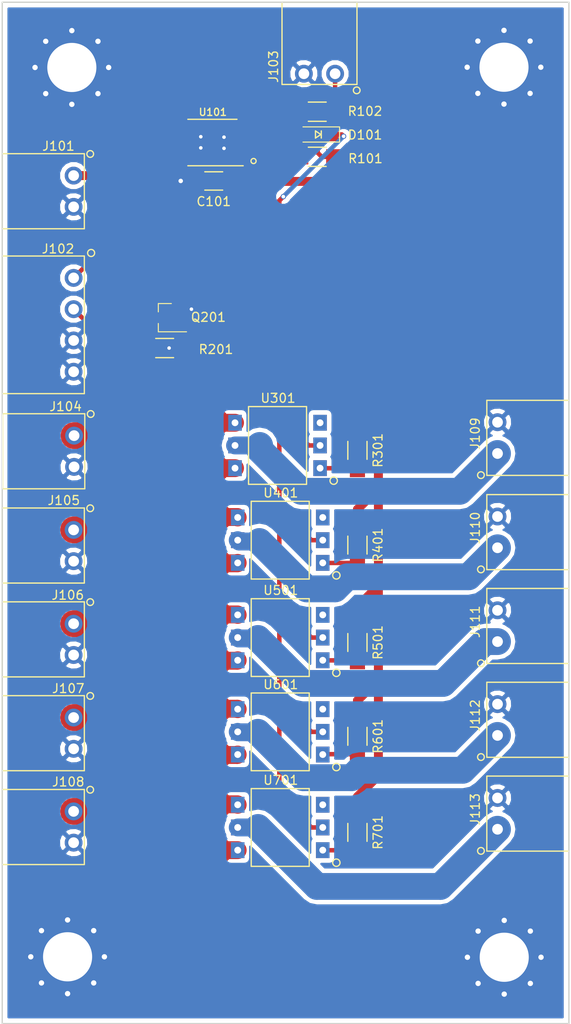
<source format=kicad_pcb>
(kicad_pcb (version 4) (host pcbnew 4.0.4-stable)

  (general
    (links 65)
    (no_connects 0)
    (area -0.075001 -0.075001 63.575001 114.375001)
    (thickness 1.6)
    (drawings 4)
    (tracks 186)
    (zones 0)
    (modules 34)
    (nets 22)
  )

  (page A4)
  (layers
    (0 F.Cu signal)
    (31 B.Cu signal)
    (32 B.Adhes user)
    (33 F.Adhes user)
    (34 B.Paste user)
    (35 F.Paste user)
    (36 B.SilkS user)
    (37 F.SilkS user)
    (38 B.Mask user)
    (39 F.Mask user)
    (40 Dwgs.User user)
    (41 Cmts.User user)
    (42 Eco1.User user)
    (43 Eco2.User user)
    (44 Edge.Cuts user)
    (45 Margin user)
    (46 B.CrtYd user)
    (47 F.CrtYd user)
    (48 B.Fab user)
    (49 F.Fab user hide)
  )

  (setup
    (last_trace_width 0.5)
    (user_trace_width 0.5)
    (user_trace_width 1)
    (user_trace_width 2)
    (user_trace_width 3)
    (user_trace_width 4)
    (user_trace_width 5)
    (trace_clearance 0.2)
    (zone_clearance 0.508)
    (zone_45_only no)
    (trace_min 0.2)
    (segment_width 0.2)
    (edge_width 0.15)
    (via_size 0.6)
    (via_drill 0.4)
    (via_min_size 0.4)
    (via_min_drill 0.3)
    (user_via 1 0.5)
    (user_via 1.6 0.8)
    (user_via 2 1)
    (uvia_size 0.3)
    (uvia_drill 0.1)
    (uvias_allowed no)
    (uvia_min_size 0.2)
    (uvia_min_drill 0.1)
    (pcb_text_width 0.3)
    (pcb_text_size 1.5 1.5)
    (mod_edge_width 0.15)
    (mod_text_size 1 1)
    (mod_text_width 0.15)
    (pad_size 1.524 1.524)
    (pad_drill 0.762)
    (pad_to_mask_clearance 0.2)
    (aux_axis_origin 0 0)
    (visible_elements FFFFFF7F)
    (pcbplotparams
      (layerselection 0x00030_80000001)
      (usegerberextensions false)
      (excludeedgelayer true)
      (linewidth 0.100000)
      (plotframeref false)
      (viasonmask false)
      (mode 1)
      (useauxorigin false)
      (hpglpennumber 1)
      (hpglpenspeed 20)
      (hpglpendiameter 15)
      (hpglpenoverlay 2)
      (psnegative false)
      (psa4output false)
      (plotreference true)
      (plotvalue true)
      (plotinvisibletext false)
      (padsonsilk false)
      (subtractmaskfromsilk false)
      (outputformat 1)
      (mirror false)
      (drillshape 1)
      (scaleselection 1)
      (outputdirectory ""))
  )

  (net 0 "")
  (net 1 "Net-(D101-Pad2)")
  (net 2 "/Brake Interlock - Aux Brake 1/PUSHER")
  (net 3 "Net-(J101-Pad1)")
  (net 4 GND)
  (net 5 "/Pusher Delay/OPC_PUSHER_REL_DELAY")
  (net 6 "/Brake Interlock - Clamp Brake 1/24V_SUPPLY")
  (net 7 "/Brake Interlock - Clamp Brake 2/24V_SUPPLY")
  (net 8 "/Brake Interlock - Aux Brake 1/24V_SUPPLY")
  (net 9 "/Brake Interlock - Aux Brake 2/24V_SUPPLY")
  (net 10 "/Brake Interlock - Aux Brake 3/24V_SUPPLY")
  (net 11 "/Brake Interlock - Clamp Brake 1/TO_BRAKE")
  (net 12 "/Brake Interlock - Clamp Brake 2/TO_BRAKE")
  (net 13 "/Brake Interlock - Aux Brake 1/TO_BRAKE")
  (net 14 "/Brake Interlock - Aux Brake 2/TO_BRAKE")
  (net 15 "/Brake Interlock - Aux Brake 3/TO_BRAKE")
  (net 16 5V0)
  (net 17 "Net-(R301-Pad2)")
  (net 18 "Net-(R401-Pad2)")
  (net 19 "Net-(R501-Pad2)")
  (net 20 "Net-(R601-Pad2)")
  (net 21 "Net-(R701-Pad2)")

  (net_class Default "This is the default net class."
    (clearance 0.2)
    (trace_width 0.25)
    (via_dia 0.6)
    (via_drill 0.4)
    (uvia_dia 0.3)
    (uvia_drill 0.1)
    (add_net "/Brake Interlock - Aux Brake 1/24V_SUPPLY")
    (add_net "/Brake Interlock - Aux Brake 1/PUSHER")
    (add_net "/Brake Interlock - Aux Brake 1/TO_BRAKE")
    (add_net "/Brake Interlock - Aux Brake 2/24V_SUPPLY")
    (add_net "/Brake Interlock - Aux Brake 2/TO_BRAKE")
    (add_net "/Brake Interlock - Aux Brake 3/24V_SUPPLY")
    (add_net "/Brake Interlock - Aux Brake 3/TO_BRAKE")
    (add_net "/Brake Interlock - Clamp Brake 1/24V_SUPPLY")
    (add_net "/Brake Interlock - Clamp Brake 1/TO_BRAKE")
    (add_net "/Brake Interlock - Clamp Brake 2/24V_SUPPLY")
    (add_net "/Brake Interlock - Clamp Brake 2/TO_BRAKE")
    (add_net "/Pusher Delay/OPC_PUSHER_REL_DELAY")
    (add_net 5V0)
    (add_net GND)
    (add_net "Net-(D101-Pad2)")
    (add_net "Net-(J101-Pad1)")
    (add_net "Net-(R301-Pad2)")
    (add_net "Net-(R401-Pad2)")
    (add_net "Net-(R501-Pad2)")
    (add_net "Net-(R601-Pad2)")
    (add_net "Net-(R701-Pad2)")
  )

  (module LEDs:LED_1206 (layer F.Cu) (tedit 5871B208) (tstamp 5871B81B)
    (at 35.3 14.8 180)
    (descr "LED 1206 smd package")
    (tags "LED led 1206 SMD smd SMT smt smdled SMDLED smtled SMTLED")
    (path /5871D450)
    (attr smd)
    (fp_text reference D101 (at -5.35 -0.05 180) (layer F.SilkS)
      (effects (font (size 1 1) (thickness 0.15)))
    )
    (fp_text value RED (at 0 1.7 180) (layer F.Fab)
      (effects (font (size 1 1) (thickness 0.15)))
    )
    (fp_line (start -2.5 -0.85) (end -2.5 0.85) (layer F.SilkS) (width 0.12))
    (fp_line (start -0.45 -0.4) (end -0.45 0.4) (layer F.SilkS) (width 0.15))
    (fp_line (start -0.4 0) (end 0.2 -0.4) (layer F.SilkS) (width 0.15))
    (fp_line (start 0.2 0.4) (end -0.4 0) (layer F.SilkS) (width 0.15))
    (fp_line (start 0.2 -0.4) (end 0.2 0.4) (layer F.SilkS) (width 0.15))
    (fp_line (start 1.6 0.8) (end -1.6 0.8) (layer F.Fab) (width 0.1))
    (fp_line (start 1.6 -0.8) (end 1.6 0.8) (layer F.Fab) (width 0.1))
    (fp_line (start -1.6 -0.8) (end 1.6 -0.8) (layer F.Fab) (width 0.1))
    (fp_line (start -1.6 0.8) (end -1.6 -0.8) (layer F.Fab) (width 0.1))
    (fp_line (start -2.45 0.85) (end 1.6 0.85) (layer F.SilkS) (width 0.12))
    (fp_line (start -2.45 -0.85) (end 1.6 -0.85) (layer F.SilkS) (width 0.12))
    (fp_line (start 2.65 -1) (end 2.65 1) (layer F.CrtYd) (width 0.05))
    (fp_line (start 2.65 1) (end -2.65 1) (layer F.CrtYd) (width 0.05))
    (fp_line (start -2.65 1) (end -2.65 -1) (layer F.CrtYd) (width 0.05))
    (fp_line (start -2.65 -1) (end 2.65 -1) (layer F.CrtYd) (width 0.05))
    (pad 2 smd rect (at 1.65 0) (size 1.5 1.5) (layers F.Cu F.Paste F.Mask)
      (net 1 "Net-(D101-Pad2)"))
    (pad 1 smd rect (at -1.65 0) (size 1.5 1.5) (layers F.Cu F.Paste F.Mask)
      (net 2 "/Brake Interlock - Aux Brake 1/PUSHER"))
    (model LEDs.3dshapes/LED_1206.wrl
      (at (xyz 0 0 0))
      (scale (xyz 1 1 1))
      (rotate (xyz 0 0 180))
    )
  )

  (module hyperCustom:CONN_PHOENIX_1844210_2PIN (layer F.Cu) (tedit 583FC74A) (tstamp 5871B826)
    (at 0 16.95 270)
    (path /586ECCEA)
    (fp_text reference J101 (at -0.85 -6.3 360) (layer F.SilkS)
      (effects (font (size 1 1) (thickness 0.15)))
    )
    (fp_text value CONN_01X02 (at 0.05 4.17 270) (layer F.Fab)
      (effects (font (size 1 1) (thickness 0.15)))
    )
    (fp_circle (center 0.03 -9.86) (end 0.4 -9.79) (layer F.SilkS) (width 0.15))
    (fp_line (start 0 -9.2) (end 8.4 -9.2) (layer F.SilkS) (width 0.15))
    (fp_line (start 8.4 0) (end 8.4 -9.2) (layer F.SilkS) (width 0.15))
    (fp_line (start 0 0) (end 0 -9.2) (layer F.SilkS) (width 0.15))
    (fp_line (start 0 0) (end 8.4 0) (layer F.SilkS) (width 0.15))
    (pad 1 thru_hole circle (at 2.45 -8 270) (size 2 2) (drill 1.2) (layers *.Cu *.Mask)
      (net 3 "Net-(J101-Pad1)"))
    (pad 2 thru_hole circle (at 5.95 -8 270) (size 2 2) (drill 1.2) (layers *.Cu *.Mask)
      (net 4 GND))
  )

  (module hyperCustom:CONN_PHOENIX_1844236_4PIN_1 (layer F.Cu) (tedit 583FC76A) (tstamp 5871B833)
    (at 0 28.4 270)
    (path /587201E1)
    (fp_text reference J102 (at -0.8 -6.25 360) (layer F.SilkS)
      (effects (font (size 1 1) (thickness 0.15)))
    )
    (fp_text value CONN_01X04 (at 10.81 4.7 270) (layer F.Fab)
      (effects (font (size 1 1) (thickness 0.15)))
    )
    (fp_circle (center -0.34 -9.96) (end 0.05 -9.9) (layer F.SilkS) (width 0.15))
    (fp_line (start 0 -9.2) (end 15.4 -9.2) (layer F.SilkS) (width 0.15))
    (fp_line (start 15.4 0) (end 15.4 -9.2) (layer F.SilkS) (width 0.15))
    (fp_line (start 0 0) (end 0 -9.2) (layer F.SilkS) (width 0.15))
    (fp_line (start 0 0) (end 15.4 0) (layer F.SilkS) (width 0.15))
    (pad 1 thru_hole circle (at 2.45 -8 270) (size 2 2) (drill 1.2) (layers *.Cu *.Mask)
      (net 2 "/Brake Interlock - Aux Brake 1/PUSHER"))
    (pad 2 thru_hole circle (at 5.95 -8 270) (size 2 2) (drill 1.2) (layers *.Cu *.Mask)
      (net 5 "/Pusher Delay/OPC_PUSHER_REL_DELAY"))
    (pad 3 thru_hole circle (at 9.45 -8 270) (size 2 2) (drill 1.2) (layers *.Cu *.Mask)
      (net 4 GND))
    (pad 4 thru_hole circle (at 12.95 -8 270) (size 2 2) (drill 1.2) (layers *.Cu *.Mask)
      (net 4 GND))
  )

  (module hyperCustom:CONN_PHOENIX_1844210_2PIN (layer F.Cu) (tedit 583FC74A) (tstamp 5871B83E)
    (at 39.75 0 180)
    (path /586F1BE0)
    (fp_text reference J103 (at 9.35 -7.2 270) (layer F.SilkS)
      (effects (font (size 1 1) (thickness 0.15)))
    )
    (fp_text value CONN_01X02 (at 0.05 4.17 180) (layer F.Fab)
      (effects (font (size 1 1) (thickness 0.15)))
    )
    (fp_circle (center 0.03 -9.86) (end 0.4 -9.79) (layer F.SilkS) (width 0.15))
    (fp_line (start 0 -9.2) (end 8.4 -9.2) (layer F.SilkS) (width 0.15))
    (fp_line (start 8.4 0) (end 8.4 -9.2) (layer F.SilkS) (width 0.15))
    (fp_line (start 0 0) (end 0 -9.2) (layer F.SilkS) (width 0.15))
    (fp_line (start 0 0) (end 8.4 0) (layer F.SilkS) (width 0.15))
    (pad 1 thru_hole circle (at 2.45 -8 180) (size 2 2) (drill 1.2) (layers *.Cu *.Mask)
      (net 2 "/Brake Interlock - Aux Brake 1/PUSHER"))
    (pad 2 thru_hole circle (at 5.95 -8 180) (size 2 2) (drill 1.2) (layers *.Cu *.Mask)
      (net 4 GND))
  )

  (module hyperCustom:CONN_PHOENIX_1844210_2PIN (layer F.Cu) (tedit 583FC74A) (tstamp 5871B849)
    (at 0.05 46.05 270)
    (path /586F3514)
    (fp_text reference J104 (at -0.8 -7.05 360) (layer F.SilkS)
      (effects (font (size 1 1) (thickness 0.15)))
    )
    (fp_text value CONN_01X02 (at 0.05 4.17 270) (layer F.Fab)
      (effects (font (size 1 1) (thickness 0.15)))
    )
    (fp_circle (center 0.03 -9.86) (end 0.4 -9.79) (layer F.SilkS) (width 0.15))
    (fp_line (start 0 -9.2) (end 8.4 -9.2) (layer F.SilkS) (width 0.15))
    (fp_line (start 8.4 0) (end 8.4 -9.2) (layer F.SilkS) (width 0.15))
    (fp_line (start 0 0) (end 0 -9.2) (layer F.SilkS) (width 0.15))
    (fp_line (start 0 0) (end 8.4 0) (layer F.SilkS) (width 0.15))
    (pad 1 thru_hole circle (at 2.45 -8 270) (size 2 2) (drill 1.2) (layers *.Cu *.Mask)
      (net 6 "/Brake Interlock - Clamp Brake 1/24V_SUPPLY"))
    (pad 2 thru_hole circle (at 5.95 -8 270) (size 2 2) (drill 1.2) (layers *.Cu *.Mask)
      (net 4 GND))
  )

  (module hyperCustom:CONN_PHOENIX_1844210_2PIN (layer F.Cu) (tedit 583FC74A) (tstamp 5871B854)
    (at 0 56.6 270)
    (path /586F4010)
    (fp_text reference J105 (at -0.85 -6.9 360) (layer F.SilkS)
      (effects (font (size 1 1) (thickness 0.15)))
    )
    (fp_text value CONN_01X02 (at 0.05 4.17 270) (layer F.Fab)
      (effects (font (size 1 1) (thickness 0.15)))
    )
    (fp_circle (center 0.03 -9.86) (end 0.4 -9.79) (layer F.SilkS) (width 0.15))
    (fp_line (start 0 -9.2) (end 8.4 -9.2) (layer F.SilkS) (width 0.15))
    (fp_line (start 8.4 0) (end 8.4 -9.2) (layer F.SilkS) (width 0.15))
    (fp_line (start 0 0) (end 0 -9.2) (layer F.SilkS) (width 0.15))
    (fp_line (start 0 0) (end 8.4 0) (layer F.SilkS) (width 0.15))
    (pad 1 thru_hole circle (at 2.45 -8 270) (size 2 2) (drill 1.2) (layers *.Cu *.Mask)
      (net 7 "/Brake Interlock - Clamp Brake 2/24V_SUPPLY"))
    (pad 2 thru_hole circle (at 5.95 -8 270) (size 2 2) (drill 1.2) (layers *.Cu *.Mask)
      (net 4 GND))
  )

  (module hyperCustom:CONN_PHOENIX_1844210_2PIN (layer F.Cu) (tedit 583FC74A) (tstamp 5871B85F)
    (at 0 67.1 270)
    (path /586F48F4)
    (fp_text reference J106 (at -0.75 -7.35 360) (layer F.SilkS)
      (effects (font (size 1 1) (thickness 0.15)))
    )
    (fp_text value CONN_01X02 (at 0.05 4.17 270) (layer F.Fab)
      (effects (font (size 1 1) (thickness 0.15)))
    )
    (fp_circle (center 0.03 -9.86) (end 0.4 -9.79) (layer F.SilkS) (width 0.15))
    (fp_line (start 0 -9.2) (end 8.4 -9.2) (layer F.SilkS) (width 0.15))
    (fp_line (start 8.4 0) (end 8.4 -9.2) (layer F.SilkS) (width 0.15))
    (fp_line (start 0 0) (end 0 -9.2) (layer F.SilkS) (width 0.15))
    (fp_line (start 0 0) (end 8.4 0) (layer F.SilkS) (width 0.15))
    (pad 1 thru_hole circle (at 2.45 -8 270) (size 2 2) (drill 1.2) (layers *.Cu *.Mask)
      (net 8 "/Brake Interlock - Aux Brake 1/24V_SUPPLY"))
    (pad 2 thru_hole circle (at 5.95 -8 270) (size 2 2) (drill 1.2) (layers *.Cu *.Mask)
      (net 4 GND))
  )

  (module hyperCustom:CONN_PHOENIX_1844210_2PIN (layer F.Cu) (tedit 583FC74A) (tstamp 5871B86A)
    (at 0 77.6 270)
    (path /586F491E)
    (fp_text reference J107 (at -0.8 -7.4 360) (layer F.SilkS)
      (effects (font (size 1 1) (thickness 0.15)))
    )
    (fp_text value CONN_01X02 (at 0.05 4.17 270) (layer F.Fab)
      (effects (font (size 1 1) (thickness 0.15)))
    )
    (fp_circle (center 0.03 -9.86) (end 0.4 -9.79) (layer F.SilkS) (width 0.15))
    (fp_line (start 0 -9.2) (end 8.4 -9.2) (layer F.SilkS) (width 0.15))
    (fp_line (start 8.4 0) (end 8.4 -9.2) (layer F.SilkS) (width 0.15))
    (fp_line (start 0 0) (end 0 -9.2) (layer F.SilkS) (width 0.15))
    (fp_line (start 0 0) (end 8.4 0) (layer F.SilkS) (width 0.15))
    (pad 1 thru_hole circle (at 2.45 -8 270) (size 2 2) (drill 1.2) (layers *.Cu *.Mask)
      (net 9 "/Brake Interlock - Aux Brake 2/24V_SUPPLY"))
    (pad 2 thru_hole circle (at 5.95 -8 270) (size 2 2) (drill 1.2) (layers *.Cu *.Mask)
      (net 4 GND))
  )

  (module hyperCustom:CONN_PHOENIX_1844210_2PIN (layer F.Cu) (tedit 583FC74A) (tstamp 5871B875)
    (at 0 88.1 270)
    (path /586F4B6D)
    (fp_text reference J108 (at -0.85 -7.4 360) (layer F.SilkS)
      (effects (font (size 1 1) (thickness 0.15)))
    )
    (fp_text value CONN_01X02 (at 0.05 4.17 270) (layer F.Fab)
      (effects (font (size 1 1) (thickness 0.15)))
    )
    (fp_circle (center 0.03 -9.86) (end 0.4 -9.79) (layer F.SilkS) (width 0.15))
    (fp_line (start 0 -9.2) (end 8.4 -9.2) (layer F.SilkS) (width 0.15))
    (fp_line (start 8.4 0) (end 8.4 -9.2) (layer F.SilkS) (width 0.15))
    (fp_line (start 0 0) (end 0 -9.2) (layer F.SilkS) (width 0.15))
    (fp_line (start 0 0) (end 8.4 0) (layer F.SilkS) (width 0.15))
    (pad 1 thru_hole circle (at 2.45 -8 270) (size 2 2) (drill 1.2) (layers *.Cu *.Mask)
      (net 10 "/Brake Interlock - Aux Brake 3/24V_SUPPLY"))
    (pad 2 thru_hole circle (at 5.95 -8 270) (size 2 2) (drill 1.2) (layers *.Cu *.Mask)
      (net 4 GND))
  )

  (module hyperCustom:CONN_PHOENIX_1844210_2PIN (layer F.Cu) (tedit 583FC74A) (tstamp 5871B880)
    (at 63.5 52.95 90)
    (path /586F3A71)
    (fp_text reference J109 (at 4.67 -10.5 90) (layer F.SilkS)
      (effects (font (size 1 1) (thickness 0.15)))
    )
    (fp_text value CONN_01X02 (at 0.05 4.17 90) (layer F.Fab)
      (effects (font (size 1 1) (thickness 0.15)))
    )
    (fp_circle (center 0.03 -9.86) (end 0.4 -9.79) (layer F.SilkS) (width 0.15))
    (fp_line (start 0 -9.2) (end 8.4 -9.2) (layer F.SilkS) (width 0.15))
    (fp_line (start 8.4 0) (end 8.4 -9.2) (layer F.SilkS) (width 0.15))
    (fp_line (start 0 0) (end 0 -9.2) (layer F.SilkS) (width 0.15))
    (fp_line (start 0 0) (end 8.4 0) (layer F.SilkS) (width 0.15))
    (pad 1 thru_hole circle (at 2.45 -8 90) (size 2 2) (drill 1.2) (layers *.Cu *.Mask)
      (net 11 "/Brake Interlock - Clamp Brake 1/TO_BRAKE"))
    (pad 2 thru_hole circle (at 5.95 -8 90) (size 2 2) (drill 1.2) (layers *.Cu *.Mask)
      (net 4 GND))
  )

  (module hyperCustom:CONN_PHOENIX_1844210_2PIN (layer F.Cu) (tedit 583FC74A) (tstamp 5871B88B)
    (at 63.5 63.5 90)
    (path /586F4023)
    (fp_text reference J110 (at 4.67 -10.5 90) (layer F.SilkS)
      (effects (font (size 1 1) (thickness 0.15)))
    )
    (fp_text value CONN_01X02 (at 0.05 4.17 90) (layer F.Fab)
      (effects (font (size 1 1) (thickness 0.15)))
    )
    (fp_circle (center 0.03 -9.86) (end 0.4 -9.79) (layer F.SilkS) (width 0.15))
    (fp_line (start 0 -9.2) (end 8.4 -9.2) (layer F.SilkS) (width 0.15))
    (fp_line (start 8.4 0) (end 8.4 -9.2) (layer F.SilkS) (width 0.15))
    (fp_line (start 0 0) (end 0 -9.2) (layer F.SilkS) (width 0.15))
    (fp_line (start 0 0) (end 8.4 0) (layer F.SilkS) (width 0.15))
    (pad 1 thru_hole circle (at 2.45 -8 90) (size 2 2) (drill 1.2) (layers *.Cu *.Mask)
      (net 12 "/Brake Interlock - Clamp Brake 2/TO_BRAKE"))
    (pad 2 thru_hole circle (at 5.95 -8 90) (size 2 2) (drill 1.2) (layers *.Cu *.Mask)
      (net 4 GND))
  )

  (module hyperCustom:CONN_PHOENIX_1844210_2PIN (layer F.Cu) (tedit 583FC74A) (tstamp 5871B896)
    (at 63.5 74 90)
    (path /586F4907)
    (fp_text reference J111 (at 4.67 -10.5 90) (layer F.SilkS)
      (effects (font (size 1 1) (thickness 0.15)))
    )
    (fp_text value CONN_01X02 (at 0.05 4.17 90) (layer F.Fab)
      (effects (font (size 1 1) (thickness 0.15)))
    )
    (fp_circle (center 0.03 -9.86) (end 0.4 -9.79) (layer F.SilkS) (width 0.15))
    (fp_line (start 0 -9.2) (end 8.4 -9.2) (layer F.SilkS) (width 0.15))
    (fp_line (start 8.4 0) (end 8.4 -9.2) (layer F.SilkS) (width 0.15))
    (fp_line (start 0 0) (end 0 -9.2) (layer F.SilkS) (width 0.15))
    (fp_line (start 0 0) (end 8.4 0) (layer F.SilkS) (width 0.15))
    (pad 1 thru_hole circle (at 2.45 -8 90) (size 2 2) (drill 1.2) (layers *.Cu *.Mask)
      (net 13 "/Brake Interlock - Aux Brake 1/TO_BRAKE"))
    (pad 2 thru_hole circle (at 5.95 -8 90) (size 2 2) (drill 1.2) (layers *.Cu *.Mask)
      (net 4 GND))
  )

  (module hyperCustom:CONN_PHOENIX_1844210_2PIN (layer F.Cu) (tedit 583FC74A) (tstamp 5871B8A1)
    (at 63.5 84.5 90)
    (path /586F4931)
    (fp_text reference J112 (at 4.67 -10.5 90) (layer F.SilkS)
      (effects (font (size 1 1) (thickness 0.15)))
    )
    (fp_text value CONN_01X02 (at 0.05 4.17 90) (layer F.Fab)
      (effects (font (size 1 1) (thickness 0.15)))
    )
    (fp_circle (center 0.03 -9.86) (end 0.4 -9.79) (layer F.SilkS) (width 0.15))
    (fp_line (start 0 -9.2) (end 8.4 -9.2) (layer F.SilkS) (width 0.15))
    (fp_line (start 8.4 0) (end 8.4 -9.2) (layer F.SilkS) (width 0.15))
    (fp_line (start 0 0) (end 0 -9.2) (layer F.SilkS) (width 0.15))
    (fp_line (start 0 0) (end 8.4 0) (layer F.SilkS) (width 0.15))
    (pad 1 thru_hole circle (at 2.45 -8 90) (size 2 2) (drill 1.2) (layers *.Cu *.Mask)
      (net 14 "/Brake Interlock - Aux Brake 2/TO_BRAKE"))
    (pad 2 thru_hole circle (at 5.95 -8 90) (size 2 2) (drill 1.2) (layers *.Cu *.Mask)
      (net 4 GND))
  )

  (module hyperCustom:CONN_PHOENIX_1844210_2PIN (layer F.Cu) (tedit 583FC74A) (tstamp 5871B8AC)
    (at 63.5 95 90)
    (path /586F4B80)
    (fp_text reference J113 (at 4.67 -10.5 90) (layer F.SilkS)
      (effects (font (size 1 1) (thickness 0.15)))
    )
    (fp_text value CONN_01X02 (at 0.05 4.17 90) (layer F.Fab)
      (effects (font (size 1 1) (thickness 0.15)))
    )
    (fp_circle (center 0.03 -9.86) (end 0.4 -9.79) (layer F.SilkS) (width 0.15))
    (fp_line (start 0 -9.2) (end 8.4 -9.2) (layer F.SilkS) (width 0.15))
    (fp_line (start 8.4 0) (end 8.4 -9.2) (layer F.SilkS) (width 0.15))
    (fp_line (start 0 0) (end 0 -9.2) (layer F.SilkS) (width 0.15))
    (fp_line (start 0 0) (end 8.4 0) (layer F.SilkS) (width 0.15))
    (pad 1 thru_hole circle (at 2.45 -8 90) (size 2 2) (drill 1.2) (layers *.Cu *.Mask)
      (net 15 "/Brake Interlock - Aux Brake 3/TO_BRAKE"))
    (pad 2 thru_hole circle (at 5.95 -8 90) (size 2 2) (drill 1.2) (layers *.Cu *.Mask)
      (net 4 GND))
  )

  (module TO_SOT_Packages_SMD:SOT-23_Handsoldering (layer F.Cu) (tedit 583F3954) (tstamp 5871B8BF)
    (at 18.25 35.3 180)
    (descr "SOT-23, Handsoldering")
    (tags SOT-23)
    (path /586F2877/5871C1C1)
    (attr smd)
    (fp_text reference Q201 (at -4.85 0.05 180) (layer F.SilkS)
      (effects (font (size 1 1) (thickness 0.15)))
    )
    (fp_text value NFET (at 0 2.5 180) (layer F.Fab)
      (effects (font (size 1 1) (thickness 0.15)))
    )
    (fp_line (start 0.76 1.58) (end 0.76 0.65) (layer F.SilkS) (width 0.12))
    (fp_line (start 0.76 -1.58) (end 0.76 -0.65) (layer F.SilkS) (width 0.12))
    (fp_line (start 0.7 -1.52) (end 0.7 1.52) (layer F.Fab) (width 0.15))
    (fp_line (start -0.7 1.52) (end 0.7 1.52) (layer F.Fab) (width 0.15))
    (fp_line (start -2.7 -1.75) (end 2.7 -1.75) (layer F.CrtYd) (width 0.05))
    (fp_line (start 2.7 -1.75) (end 2.7 1.75) (layer F.CrtYd) (width 0.05))
    (fp_line (start 2.7 1.75) (end -2.7 1.75) (layer F.CrtYd) (width 0.05))
    (fp_line (start -2.7 1.75) (end -2.7 -1.75) (layer F.CrtYd) (width 0.05))
    (fp_line (start 0.76 -1.58) (end -2.4 -1.58) (layer F.SilkS) (width 0.12))
    (fp_line (start -0.7 -1.52) (end 0.7 -1.52) (layer F.Fab) (width 0.15))
    (fp_line (start -0.7 -1.52) (end -0.7 1.52) (layer F.Fab) (width 0.15))
    (fp_line (start 0.76 1.58) (end -0.7 1.58) (layer F.SilkS) (width 0.12))
    (pad 1 smd rect (at -1.5 -0.95 180) (size 1.9 0.8) (layers F.Cu F.Paste F.Mask)
      (net 5 "/Pusher Delay/OPC_PUSHER_REL_DELAY"))
    (pad 2 smd rect (at -1.5 0.95 180) (size 1.9 0.8) (layers F.Cu F.Paste F.Mask)
      (net 4 GND))
    (pad 3 smd rect (at 1.5 0 180) (size 1.9 0.8) (layers F.Cu F.Paste F.Mask)
      (net 2 "/Brake Interlock - Aux Brake 1/PUSHER"))
    (model TO_SOT_Packages_SMD.3dshapes/SOT-23.wrl
      (at (xyz 0 0 0))
      (scale (xyz 1 1 1))
      (rotate (xyz 0 0 90))
    )
  )

  (module Resistors_SMD:R_1206_HandSoldering (layer F.Cu) (tedit 58307C0D) (tstamp 5871B8CF)
    (at 35.3 17.3 180)
    (descr "Resistor SMD 1206, hand soldering")
    (tags "resistor 1206")
    (path /58720DD6)
    (attr smd)
    (fp_text reference R101 (at -5.4 -0.2 180) (layer F.SilkS)
      (effects (font (size 1 1) (thickness 0.15)))
    )
    (fp_text value 910 (at 0 2.3 180) (layer F.Fab)
      (effects (font (size 1 1) (thickness 0.15)))
    )
    (fp_line (start -1.6 0.8) (end -1.6 -0.8) (layer F.Fab) (width 0.1))
    (fp_line (start 1.6 0.8) (end -1.6 0.8) (layer F.Fab) (width 0.1))
    (fp_line (start 1.6 -0.8) (end 1.6 0.8) (layer F.Fab) (width 0.1))
    (fp_line (start -1.6 -0.8) (end 1.6 -0.8) (layer F.Fab) (width 0.1))
    (fp_line (start -3.3 -1.2) (end 3.3 -1.2) (layer F.CrtYd) (width 0.05))
    (fp_line (start -3.3 1.2) (end 3.3 1.2) (layer F.CrtYd) (width 0.05))
    (fp_line (start -3.3 -1.2) (end -3.3 1.2) (layer F.CrtYd) (width 0.05))
    (fp_line (start 3.3 -1.2) (end 3.3 1.2) (layer F.CrtYd) (width 0.05))
    (fp_line (start 1 1.075) (end -1 1.075) (layer F.SilkS) (width 0.15))
    (fp_line (start -1 -1.075) (end 1 -1.075) (layer F.SilkS) (width 0.15))
    (pad 1 smd rect (at -2 0 180) (size 2 1.7) (layers F.Cu F.Paste F.Mask)
      (net 16 5V0))
    (pad 2 smd rect (at 2 0 180) (size 2 1.7) (layers F.Cu F.Paste F.Mask)
      (net 1 "Net-(D101-Pad2)"))
    (model Resistors_SMD.3dshapes/R_1206_HandSoldering.wrl
      (at (xyz 0 0 0))
      (scale (xyz 1 1 1))
      (rotate (xyz 0 0 0))
    )
  )

  (module Resistors_SMD:R_1206_HandSoldering (layer F.Cu) (tedit 58307C0D) (tstamp 5871B8DF)
    (at 35.3 12.25 180)
    (descr "Resistor SMD 1206, hand soldering")
    (tags "resistor 1206")
    (path /5871BFB9)
    (attr smd)
    (fp_text reference R102 (at -5.35 0.05 180) (layer F.SilkS)
      (effects (font (size 1 1) (thickness 0.15)))
    )
    (fp_text value 10k (at 0 2.3 180) (layer F.Fab)
      (effects (font (size 1 1) (thickness 0.15)))
    )
    (fp_line (start -1.6 0.8) (end -1.6 -0.8) (layer F.Fab) (width 0.1))
    (fp_line (start 1.6 0.8) (end -1.6 0.8) (layer F.Fab) (width 0.1))
    (fp_line (start 1.6 -0.8) (end 1.6 0.8) (layer F.Fab) (width 0.1))
    (fp_line (start -1.6 -0.8) (end 1.6 -0.8) (layer F.Fab) (width 0.1))
    (fp_line (start -3.3 -1.2) (end 3.3 -1.2) (layer F.CrtYd) (width 0.05))
    (fp_line (start -3.3 1.2) (end 3.3 1.2) (layer F.CrtYd) (width 0.05))
    (fp_line (start -3.3 -1.2) (end -3.3 1.2) (layer F.CrtYd) (width 0.05))
    (fp_line (start 3.3 -1.2) (end 3.3 1.2) (layer F.CrtYd) (width 0.05))
    (fp_line (start 1 1.075) (end -1 1.075) (layer F.SilkS) (width 0.15))
    (fp_line (start -1 -1.075) (end 1 -1.075) (layer F.SilkS) (width 0.15))
    (pad 1 smd rect (at -2 0 180) (size 2 1.7) (layers F.Cu F.Paste F.Mask)
      (net 2 "/Brake Interlock - Aux Brake 1/PUSHER"))
    (pad 2 smd rect (at 2 0 180) (size 2 1.7) (layers F.Cu F.Paste F.Mask)
      (net 16 5V0))
    (model Resistors_SMD.3dshapes/R_1206_HandSoldering.wrl
      (at (xyz 0 0 0))
      (scale (xyz 1 1 1))
      (rotate (xyz 0 0 0))
    )
  )

  (module Resistors_SMD:R_1206_HandSoldering (layer F.Cu) (tedit 58307C0D) (tstamp 5871B8EF)
    (at 18.2 38.7)
    (descr "Resistor SMD 1206, hand soldering")
    (tags "resistor 1206")
    (path /586F2877/5871C273)
    (attr smd)
    (fp_text reference R201 (at 5.75 0.15) (layer F.SilkS)
      (effects (font (size 1 1) (thickness 0.15)))
    )
    (fp_text value 1M (at 0 2.3) (layer F.Fab)
      (effects (font (size 1 1) (thickness 0.15)))
    )
    (fp_line (start -1.6 0.8) (end -1.6 -0.8) (layer F.Fab) (width 0.1))
    (fp_line (start 1.6 0.8) (end -1.6 0.8) (layer F.Fab) (width 0.1))
    (fp_line (start 1.6 -0.8) (end 1.6 0.8) (layer F.Fab) (width 0.1))
    (fp_line (start -1.6 -0.8) (end 1.6 -0.8) (layer F.Fab) (width 0.1))
    (fp_line (start -3.3 -1.2) (end 3.3 -1.2) (layer F.CrtYd) (width 0.05))
    (fp_line (start -3.3 1.2) (end 3.3 1.2) (layer F.CrtYd) (width 0.05))
    (fp_line (start -3.3 -1.2) (end -3.3 1.2) (layer F.CrtYd) (width 0.05))
    (fp_line (start 3.3 -1.2) (end 3.3 1.2) (layer F.CrtYd) (width 0.05))
    (fp_line (start 1 1.075) (end -1 1.075) (layer F.SilkS) (width 0.15))
    (fp_line (start -1 -1.075) (end 1 -1.075) (layer F.SilkS) (width 0.15))
    (pad 1 smd rect (at -2 0) (size 2 1.7) (layers F.Cu F.Paste F.Mask)
      (net 5 "/Pusher Delay/OPC_PUSHER_REL_DELAY"))
    (pad 2 smd rect (at 2 0) (size 2 1.7) (layers F.Cu F.Paste F.Mask)
      (net 4 GND))
    (model Resistors_SMD.3dshapes/R_1206_HandSoldering.wrl
      (at (xyz 0 0 0))
      (scale (xyz 1 1 1))
      (rotate (xyz 0 0 0))
    )
  )

  (module Resistors_SMD:R_1206_HandSoldering (layer F.Cu) (tedit 58307C0D) (tstamp 5871B8FF)
    (at 39.8 50.15 270)
    (descr "Resistor SMD 1206, hand soldering")
    (tags "resistor 1206")
    (path /586F303A/586B33E9)
    (attr smd)
    (fp_text reference R301 (at 0 -2.3 270) (layer F.SilkS)
      (effects (font (size 1 1) (thickness 0.15)))
    )
    (fp_text value 910 (at 0 2.3 270) (layer F.Fab)
      (effects (font (size 1 1) (thickness 0.15)))
    )
    (fp_line (start -1.6 0.8) (end -1.6 -0.8) (layer F.Fab) (width 0.1))
    (fp_line (start 1.6 0.8) (end -1.6 0.8) (layer F.Fab) (width 0.1))
    (fp_line (start 1.6 -0.8) (end 1.6 0.8) (layer F.Fab) (width 0.1))
    (fp_line (start -1.6 -0.8) (end 1.6 -0.8) (layer F.Fab) (width 0.1))
    (fp_line (start -3.3 -1.2) (end 3.3 -1.2) (layer F.CrtYd) (width 0.05))
    (fp_line (start -3.3 1.2) (end 3.3 1.2) (layer F.CrtYd) (width 0.05))
    (fp_line (start -3.3 -1.2) (end -3.3 1.2) (layer F.CrtYd) (width 0.05))
    (fp_line (start 3.3 -1.2) (end 3.3 1.2) (layer F.CrtYd) (width 0.05))
    (fp_line (start 1 1.075) (end -1 1.075) (layer F.SilkS) (width 0.15))
    (fp_line (start -1 -1.075) (end 1 -1.075) (layer F.SilkS) (width 0.15))
    (pad 1 smd rect (at -2 0 270) (size 2 1.7) (layers F.Cu F.Paste F.Mask)
      (net 16 5V0))
    (pad 2 smd rect (at 2 0 270) (size 2 1.7) (layers F.Cu F.Paste F.Mask)
      (net 17 "Net-(R301-Pad2)"))
    (model Resistors_SMD.3dshapes/R_1206_HandSoldering.wrl
      (at (xyz 0 0 0))
      (scale (xyz 1 1 1))
      (rotate (xyz 0 0 0))
    )
  )

  (module Resistors_SMD:R_1206_HandSoldering (layer F.Cu) (tedit 58307C0D) (tstamp 5871B90F)
    (at 39.8 60.75 270)
    (descr "Resistor SMD 1206, hand soldering")
    (tags "resistor 1206")
    (path /586F4007/586B33E9)
    (attr smd)
    (fp_text reference R401 (at 0 -2.3 270) (layer F.SilkS)
      (effects (font (size 1 1) (thickness 0.15)))
    )
    (fp_text value 910 (at 0 2.3 270) (layer F.Fab)
      (effects (font (size 1 1) (thickness 0.15)))
    )
    (fp_line (start -1.6 0.8) (end -1.6 -0.8) (layer F.Fab) (width 0.1))
    (fp_line (start 1.6 0.8) (end -1.6 0.8) (layer F.Fab) (width 0.1))
    (fp_line (start 1.6 -0.8) (end 1.6 0.8) (layer F.Fab) (width 0.1))
    (fp_line (start -1.6 -0.8) (end 1.6 -0.8) (layer F.Fab) (width 0.1))
    (fp_line (start -3.3 -1.2) (end 3.3 -1.2) (layer F.CrtYd) (width 0.05))
    (fp_line (start -3.3 1.2) (end 3.3 1.2) (layer F.CrtYd) (width 0.05))
    (fp_line (start -3.3 -1.2) (end -3.3 1.2) (layer F.CrtYd) (width 0.05))
    (fp_line (start 3.3 -1.2) (end 3.3 1.2) (layer F.CrtYd) (width 0.05))
    (fp_line (start 1 1.075) (end -1 1.075) (layer F.SilkS) (width 0.15))
    (fp_line (start -1 -1.075) (end 1 -1.075) (layer F.SilkS) (width 0.15))
    (pad 1 smd rect (at -2 0 270) (size 2 1.7) (layers F.Cu F.Paste F.Mask)
      (net 16 5V0))
    (pad 2 smd rect (at 2 0 270) (size 2 1.7) (layers F.Cu F.Paste F.Mask)
      (net 18 "Net-(R401-Pad2)"))
    (model Resistors_SMD.3dshapes/R_1206_HandSoldering.wrl
      (at (xyz 0 0 0))
      (scale (xyz 1 1 1))
      (rotate (xyz 0 0 0))
    )
  )

  (module Resistors_SMD:R_1206_HandSoldering (layer F.Cu) (tedit 58307C0D) (tstamp 5871B91F)
    (at 39.8 71.65 270)
    (descr "Resistor SMD 1206, hand soldering")
    (tags "resistor 1206")
    (path /586F48EB/586B33E9)
    (attr smd)
    (fp_text reference R501 (at 0 -2.3 270) (layer F.SilkS)
      (effects (font (size 1 1) (thickness 0.15)))
    )
    (fp_text value 910 (at 0 2.3 270) (layer F.Fab)
      (effects (font (size 1 1) (thickness 0.15)))
    )
    (fp_line (start -1.6 0.8) (end -1.6 -0.8) (layer F.Fab) (width 0.1))
    (fp_line (start 1.6 0.8) (end -1.6 0.8) (layer F.Fab) (width 0.1))
    (fp_line (start 1.6 -0.8) (end 1.6 0.8) (layer F.Fab) (width 0.1))
    (fp_line (start -1.6 -0.8) (end 1.6 -0.8) (layer F.Fab) (width 0.1))
    (fp_line (start -3.3 -1.2) (end 3.3 -1.2) (layer F.CrtYd) (width 0.05))
    (fp_line (start -3.3 1.2) (end 3.3 1.2) (layer F.CrtYd) (width 0.05))
    (fp_line (start -3.3 -1.2) (end -3.3 1.2) (layer F.CrtYd) (width 0.05))
    (fp_line (start 3.3 -1.2) (end 3.3 1.2) (layer F.CrtYd) (width 0.05))
    (fp_line (start 1 1.075) (end -1 1.075) (layer F.SilkS) (width 0.15))
    (fp_line (start -1 -1.075) (end 1 -1.075) (layer F.SilkS) (width 0.15))
    (pad 1 smd rect (at -2 0 270) (size 2 1.7) (layers F.Cu F.Paste F.Mask)
      (net 16 5V0))
    (pad 2 smd rect (at 2 0 270) (size 2 1.7) (layers F.Cu F.Paste F.Mask)
      (net 19 "Net-(R501-Pad2)"))
    (model Resistors_SMD.3dshapes/R_1206_HandSoldering.wrl
      (at (xyz 0 0 0))
      (scale (xyz 1 1 1))
      (rotate (xyz 0 0 0))
    )
  )

  (module Resistors_SMD:R_1206_HandSoldering (layer F.Cu) (tedit 58307C0D) (tstamp 5871B92F)
    (at 39.8 82.15 270)
    (descr "Resistor SMD 1206, hand soldering")
    (tags "resistor 1206")
    (path /586F4915/586B33E9)
    (attr smd)
    (fp_text reference R601 (at 0 -2.3 270) (layer F.SilkS)
      (effects (font (size 1 1) (thickness 0.15)))
    )
    (fp_text value 910 (at 0 2.3 270) (layer F.Fab)
      (effects (font (size 1 1) (thickness 0.15)))
    )
    (fp_line (start -1.6 0.8) (end -1.6 -0.8) (layer F.Fab) (width 0.1))
    (fp_line (start 1.6 0.8) (end -1.6 0.8) (layer F.Fab) (width 0.1))
    (fp_line (start 1.6 -0.8) (end 1.6 0.8) (layer F.Fab) (width 0.1))
    (fp_line (start -1.6 -0.8) (end 1.6 -0.8) (layer F.Fab) (width 0.1))
    (fp_line (start -3.3 -1.2) (end 3.3 -1.2) (layer F.CrtYd) (width 0.05))
    (fp_line (start -3.3 1.2) (end 3.3 1.2) (layer F.CrtYd) (width 0.05))
    (fp_line (start -3.3 -1.2) (end -3.3 1.2) (layer F.CrtYd) (width 0.05))
    (fp_line (start 3.3 -1.2) (end 3.3 1.2) (layer F.CrtYd) (width 0.05))
    (fp_line (start 1 1.075) (end -1 1.075) (layer F.SilkS) (width 0.15))
    (fp_line (start -1 -1.075) (end 1 -1.075) (layer F.SilkS) (width 0.15))
    (pad 1 smd rect (at -2 0 270) (size 2 1.7) (layers F.Cu F.Paste F.Mask)
      (net 16 5V0))
    (pad 2 smd rect (at 2 0 270) (size 2 1.7) (layers F.Cu F.Paste F.Mask)
      (net 20 "Net-(R601-Pad2)"))
    (model Resistors_SMD.3dshapes/R_1206_HandSoldering.wrl
      (at (xyz 0 0 0))
      (scale (xyz 1 1 1))
      (rotate (xyz 0 0 0))
    )
  )

  (module Resistors_SMD:R_1206_HandSoldering (layer F.Cu) (tedit 58307C0D) (tstamp 5871B93F)
    (at 39.8 92.9 270)
    (descr "Resistor SMD 1206, hand soldering")
    (tags "resistor 1206")
    (path /586F4B64/586B33E9)
    (attr smd)
    (fp_text reference R701 (at 0 -2.3 270) (layer F.SilkS)
      (effects (font (size 1 1) (thickness 0.15)))
    )
    (fp_text value 910 (at 0 2.3 270) (layer F.Fab)
      (effects (font (size 1 1) (thickness 0.15)))
    )
    (fp_line (start -1.6 0.8) (end -1.6 -0.8) (layer F.Fab) (width 0.1))
    (fp_line (start 1.6 0.8) (end -1.6 0.8) (layer F.Fab) (width 0.1))
    (fp_line (start 1.6 -0.8) (end 1.6 0.8) (layer F.Fab) (width 0.1))
    (fp_line (start -1.6 -0.8) (end 1.6 -0.8) (layer F.Fab) (width 0.1))
    (fp_line (start -3.3 -1.2) (end 3.3 -1.2) (layer F.CrtYd) (width 0.05))
    (fp_line (start -3.3 1.2) (end 3.3 1.2) (layer F.CrtYd) (width 0.05))
    (fp_line (start -3.3 -1.2) (end -3.3 1.2) (layer F.CrtYd) (width 0.05))
    (fp_line (start 3.3 -1.2) (end 3.3 1.2) (layer F.CrtYd) (width 0.05))
    (fp_line (start 1 1.075) (end -1 1.075) (layer F.SilkS) (width 0.15))
    (fp_line (start -1 -1.075) (end 1 -1.075) (layer F.SilkS) (width 0.15))
    (pad 1 smd rect (at -2 0 270) (size 2 1.7) (layers F.Cu F.Paste F.Mask)
      (net 16 5V0))
    (pad 2 smd rect (at 2 0 270) (size 2 1.7) (layers F.Cu F.Paste F.Mask)
      (net 21 "Net-(R701-Pad2)"))
    (model Resistors_SMD.3dshapes/R_1206_HandSoldering.wrl
      (at (xyz 0 0 0))
      (scale (xyz 1 1 1))
      (rotate (xyz 0 0 0))
    )
  )

  (module hyperCustom:LM2936HV_SOIC8 (layer F.Cu) (tedit 5871ACE0) (tstamp 5871B952)
    (at 23.55 15.7 180)
    (descr "PowerPAK SO-8 (see Vishay AN821)")
    (tags "PowerPAK SO-8")
    (path /5871F28D)
    (attr smd)
    (fp_text reference U101 (at -0.05 3.4 360) (layer F.SilkS)
      (effects (font (size 0.8 0.8) (thickness 0.15)))
    )
    (fp_text value LM2936HV (at -3.3 3.7 180) (layer F.Fab)
      (effects (font (size 0.8 0.8) (thickness 0.15)))
    )
    (fp_circle (center -4.61 -2.07) (end -4.33 -2.01) (layer F.SilkS) (width 0.15))
    (fp_line (start -3.55 -2.75) (end -3.55 2.75) (layer F.CrtYd) (width 0.05))
    (fp_line (start 3.55 -2.75) (end 3.55 2.75) (layer F.CrtYd) (width 0.05))
    (fp_line (start -3.55 -2.75) (end 3.55 -2.75) (layer F.CrtYd) (width 0.05))
    (fp_line (start -3.55 2.75) (end 3.55 2.75) (layer F.CrtYd) (width 0.05))
    (fp_line (start -3.45 -2.6) (end 2.75 -2.6) (layer F.SilkS) (width 0.15))
    (fp_line (start -2.75 2.6) (end 2.75 2.6) (layer F.SilkS) (width 0.15))
    (pad 1 smd rect (at -2.875 -1.905 180) (size 2.15 0.45) (layers F.Cu F.Paste F.Mask)
      (net 16 5V0))
    (pad 2 smd rect (at -2.875 -0.635 180) (size 2.15 0.45) (layers F.Cu F.Paste F.Mask)
      (net 4 GND))
    (pad 2 smd rect (at -2.875 0.635 180) (size 2.15 0.45) (layers F.Cu F.Paste F.Mask)
      (net 4 GND))
    (pad 4 smd rect (at -2.875 1.905 180) (size 2.15 0.45) (layers F.Cu F.Paste F.Mask))
    (pad 5 smd rect (at 2.875 1.905 180) (size 2.15 0.45) (layers F.Cu F.Paste F.Mask))
    (pad 2 smd rect (at 2.875 0.635 180) (size 2.15 0.45) (layers F.Cu F.Paste F.Mask)
      (net 4 GND))
    (pad 2 smd rect (at 2.875 -0.635 180) (size 2.15 0.45) (layers F.Cu F.Paste F.Mask)
      (net 4 GND))
    (pad 8 smd rect (at 2.875 -1.905 180) (size 2.15 0.45) (layers F.Cu F.Paste F.Mask)
      (net 3 "Net-(J101-Pad1)"))
  )

  (module hyperCustom:VISHAY_6SMD_OPTOCOUPLER (layer F.Cu) (tedit 586C6499) (tstamp 5871B961)
    (at 30.85 49.6)
    (path /586F303A/586D88E1)
    (fp_text reference U301 (at 0.06 -5.29) (layer F.SilkS)
      (effects (font (size 1 1) (thickness 0.15)))
    )
    (fp_text value SSR (at 0.87 6.45) (layer F.Fab)
      (effects (font (size 1 1) (thickness 0.15)))
    )
    (fp_circle (center 6.29 3.94) (end 6.7 3.98) (layer F.SilkS) (width 0.15))
    (fp_line (start -3.25 4.35) (end 3.25 4.35) (layer F.SilkS) (width 0.15))
    (fp_line (start 3.25 -4.35) (end 3.25 4.35) (layer F.SilkS) (width 0.15))
    (fp_line (start -3.25 -4.35) (end 3.25 -4.35) (layer F.SilkS) (width 0.15))
    (fp_line (start -3.25 -4.35) (end -3.25 4.35) (layer F.SilkS) (width 0.15))
    (pad 5 thru_hole rect (at -4.765 0) (size 1.52 1.78) (drill 0.762) (layers *.Cu *.Mask)
      (net 11 "/Brake Interlock - Clamp Brake 1/TO_BRAKE"))
    (pad 2 thru_hole rect (at 4.765 0) (size 1.52 1.78) (drill 0.762) (layers *.Cu *.Mask)
      (net 2 "/Brake Interlock - Aux Brake 1/PUSHER"))
    (pad 6 thru_hole rect (at -4.765 2.54) (size 1.52 1.78) (drill 0.762) (layers *.Cu *.Mask)
      (net 6 "/Brake Interlock - Clamp Brake 1/24V_SUPPLY"))
    (pad 4 thru_hole rect (at -4.765 -2.54) (size 1.52 1.78) (drill 0.762) (layers *.Cu *.Mask)
      (net 6 "/Brake Interlock - Clamp Brake 1/24V_SUPPLY"))
    (pad 3 thru_hole rect (at 4.765 -2.54) (size 1.52 1.78) (drill 0.762) (layers *.Cu *.Mask))
    (pad 1 thru_hole rect (at 4.765 2.54) (size 1.52 1.78) (drill 0.762) (layers *.Cu *.Mask)
      (net 17 "Net-(R301-Pad2)"))
  )

  (module hyperCustom:VISHAY_6SMD_OPTOCOUPLER (layer F.Cu) (tedit 586C6499) (tstamp 5871B970)
    (at 31.15 60.2)
    (path /586F4007/586D88E1)
    (fp_text reference U401 (at 0.06 -5.29) (layer F.SilkS)
      (effects (font (size 1 1) (thickness 0.15)))
    )
    (fp_text value SSR (at 0.87 6.45) (layer F.Fab)
      (effects (font (size 1 1) (thickness 0.15)))
    )
    (fp_circle (center 6.29 3.94) (end 6.7 3.98) (layer F.SilkS) (width 0.15))
    (fp_line (start -3.25 4.35) (end 3.25 4.35) (layer F.SilkS) (width 0.15))
    (fp_line (start 3.25 -4.35) (end 3.25 4.35) (layer F.SilkS) (width 0.15))
    (fp_line (start -3.25 -4.35) (end 3.25 -4.35) (layer F.SilkS) (width 0.15))
    (fp_line (start -3.25 -4.35) (end -3.25 4.35) (layer F.SilkS) (width 0.15))
    (pad 5 thru_hole rect (at -4.765 0) (size 1.52 1.78) (drill 0.762) (layers *.Cu *.Mask)
      (net 12 "/Brake Interlock - Clamp Brake 2/TO_BRAKE"))
    (pad 2 thru_hole rect (at 4.765 0) (size 1.52 1.78) (drill 0.762) (layers *.Cu *.Mask)
      (net 2 "/Brake Interlock - Aux Brake 1/PUSHER"))
    (pad 6 thru_hole rect (at -4.765 2.54) (size 1.52 1.78) (drill 0.762) (layers *.Cu *.Mask)
      (net 7 "/Brake Interlock - Clamp Brake 2/24V_SUPPLY"))
    (pad 4 thru_hole rect (at -4.765 -2.54) (size 1.52 1.78) (drill 0.762) (layers *.Cu *.Mask)
      (net 7 "/Brake Interlock - Clamp Brake 2/24V_SUPPLY"))
    (pad 3 thru_hole rect (at 4.765 -2.54) (size 1.52 1.78) (drill 0.762) (layers *.Cu *.Mask))
    (pad 1 thru_hole rect (at 4.765 2.54) (size 1.52 1.78) (drill 0.762) (layers *.Cu *.Mask)
      (net 18 "Net-(R401-Pad2)"))
  )

  (module hyperCustom:VISHAY_6SMD_OPTOCOUPLER (layer F.Cu) (tedit 586C6499) (tstamp 5871B97F)
    (at 31.15 71.1)
    (path /586F48EB/586D88E1)
    (fp_text reference U501 (at 0.06 -5.29) (layer F.SilkS)
      (effects (font (size 1 1) (thickness 0.15)))
    )
    (fp_text value SSR (at 0.87 6.45) (layer F.Fab)
      (effects (font (size 1 1) (thickness 0.15)))
    )
    (fp_circle (center 6.29 3.94) (end 6.7 3.98) (layer F.SilkS) (width 0.15))
    (fp_line (start -3.25 4.35) (end 3.25 4.35) (layer F.SilkS) (width 0.15))
    (fp_line (start 3.25 -4.35) (end 3.25 4.35) (layer F.SilkS) (width 0.15))
    (fp_line (start -3.25 -4.35) (end 3.25 -4.35) (layer F.SilkS) (width 0.15))
    (fp_line (start -3.25 -4.35) (end -3.25 4.35) (layer F.SilkS) (width 0.15))
    (pad 5 thru_hole rect (at -4.765 0) (size 1.52 1.78) (drill 0.762) (layers *.Cu *.Mask)
      (net 13 "/Brake Interlock - Aux Brake 1/TO_BRAKE"))
    (pad 2 thru_hole rect (at 4.765 0) (size 1.52 1.78) (drill 0.762) (layers *.Cu *.Mask)
      (net 2 "/Brake Interlock - Aux Brake 1/PUSHER"))
    (pad 6 thru_hole rect (at -4.765 2.54) (size 1.52 1.78) (drill 0.762) (layers *.Cu *.Mask)
      (net 8 "/Brake Interlock - Aux Brake 1/24V_SUPPLY"))
    (pad 4 thru_hole rect (at -4.765 -2.54) (size 1.52 1.78) (drill 0.762) (layers *.Cu *.Mask)
      (net 8 "/Brake Interlock - Aux Brake 1/24V_SUPPLY"))
    (pad 3 thru_hole rect (at 4.765 -2.54) (size 1.52 1.78) (drill 0.762) (layers *.Cu *.Mask))
    (pad 1 thru_hole rect (at 4.765 2.54) (size 1.52 1.78) (drill 0.762) (layers *.Cu *.Mask)
      (net 19 "Net-(R501-Pad2)"))
  )

  (module hyperCustom:VISHAY_6SMD_OPTOCOUPLER (layer F.Cu) (tedit 586C6499) (tstamp 5871B98E)
    (at 31.15 81.65)
    (path /586F4915/586D88E1)
    (fp_text reference U601 (at 0.06 -5.29) (layer F.SilkS)
      (effects (font (size 1 1) (thickness 0.15)))
    )
    (fp_text value SSR (at 0.87 6.45) (layer F.Fab)
      (effects (font (size 1 1) (thickness 0.15)))
    )
    (fp_circle (center 6.29 3.94) (end 6.7 3.98) (layer F.SilkS) (width 0.15))
    (fp_line (start -3.25 4.35) (end 3.25 4.35) (layer F.SilkS) (width 0.15))
    (fp_line (start 3.25 -4.35) (end 3.25 4.35) (layer F.SilkS) (width 0.15))
    (fp_line (start -3.25 -4.35) (end 3.25 -4.35) (layer F.SilkS) (width 0.15))
    (fp_line (start -3.25 -4.35) (end -3.25 4.35) (layer F.SilkS) (width 0.15))
    (pad 5 thru_hole rect (at -4.765 0) (size 1.52 1.78) (drill 0.762) (layers *.Cu *.Mask)
      (net 14 "/Brake Interlock - Aux Brake 2/TO_BRAKE"))
    (pad 2 thru_hole rect (at 4.765 0) (size 1.52 1.78) (drill 0.762) (layers *.Cu *.Mask)
      (net 2 "/Brake Interlock - Aux Brake 1/PUSHER"))
    (pad 6 thru_hole rect (at -4.765 2.54) (size 1.52 1.78) (drill 0.762) (layers *.Cu *.Mask)
      (net 9 "/Brake Interlock - Aux Brake 2/24V_SUPPLY"))
    (pad 4 thru_hole rect (at -4.765 -2.54) (size 1.52 1.78) (drill 0.762) (layers *.Cu *.Mask)
      (net 9 "/Brake Interlock - Aux Brake 2/24V_SUPPLY"))
    (pad 3 thru_hole rect (at 4.765 -2.54) (size 1.52 1.78) (drill 0.762) (layers *.Cu *.Mask))
    (pad 1 thru_hole rect (at 4.765 2.54) (size 1.52 1.78) (drill 0.762) (layers *.Cu *.Mask)
      (net 20 "Net-(R601-Pad2)"))
  )

  (module hyperCustom:VISHAY_6SMD_OPTOCOUPLER (layer F.Cu) (tedit 586C6499) (tstamp 5871B99D)
    (at 31.15 92.35)
    (path /586F4B64/586D88E1)
    (fp_text reference U701 (at 0.06 -5.29) (layer F.SilkS)
      (effects (font (size 1 1) (thickness 0.15)))
    )
    (fp_text value SSR (at 0.87 6.45) (layer F.Fab)
      (effects (font (size 1 1) (thickness 0.15)))
    )
    (fp_circle (center 6.29 3.94) (end 6.7 3.98) (layer F.SilkS) (width 0.15))
    (fp_line (start -3.25 4.35) (end 3.25 4.35) (layer F.SilkS) (width 0.15))
    (fp_line (start 3.25 -4.35) (end 3.25 4.35) (layer F.SilkS) (width 0.15))
    (fp_line (start -3.25 -4.35) (end 3.25 -4.35) (layer F.SilkS) (width 0.15))
    (fp_line (start -3.25 -4.35) (end -3.25 4.35) (layer F.SilkS) (width 0.15))
    (pad 5 thru_hole rect (at -4.765 0) (size 1.52 1.78) (drill 0.762) (layers *.Cu *.Mask)
      (net 15 "/Brake Interlock - Aux Brake 3/TO_BRAKE"))
    (pad 2 thru_hole rect (at 4.765 0) (size 1.52 1.78) (drill 0.762) (layers *.Cu *.Mask)
      (net 2 "/Brake Interlock - Aux Brake 1/PUSHER"))
    (pad 6 thru_hole rect (at -4.765 2.54) (size 1.52 1.78) (drill 0.762) (layers *.Cu *.Mask)
      (net 10 "/Brake Interlock - Aux Brake 3/24V_SUPPLY"))
    (pad 4 thru_hole rect (at -4.765 -2.54) (size 1.52 1.78) (drill 0.762) (layers *.Cu *.Mask)
      (net 10 "/Brake Interlock - Aux Brake 3/24V_SUPPLY"))
    (pad 3 thru_hole rect (at 4.765 -2.54) (size 1.52 1.78) (drill 0.762) (layers *.Cu *.Mask))
    (pad 1 thru_hole rect (at 4.765 2.54) (size 1.52 1.78) (drill 0.762) (layers *.Cu *.Mask)
      (net 21 "Net-(R701-Pad2)"))
  )

  (module hyperCustom:MountingHole_5.5mm_Pad_Via (layer F.Cu) (tedit 5847C2A1) (tstamp 5871C195)
    (at 7.8 7.3)
    (descr "Mounting Hole 5.5mm")
    (tags "mounting hole 5.5mm")
    (path /5871C276)
    (fp_text reference J114 (at 0 -6.5) (layer F.SilkS) hide
      (effects (font (size 1 1) (thickness 0.15)))
    )
    (fp_text value MOUNTING_HOLE (at 0 6.5) (layer F.Fab)
      (effects (font (size 1 1) (thickness 0.15)))
    )
    (fp_circle (center 0 0) (end 5.5 0) (layer Cmts.User) (width 0.15))
    (fp_circle (center 0 0) (end 5.75 0) (layer F.CrtYd) (width 0.05))
    (pad 1 thru_hole circle (at 0 0) (size 11 11) (drill 5.5) (layers *.Cu *.Mask)
      (net 4 GND) (zone_connect 2))
    (pad "" thru_hole circle (at 4.125 0) (size 0.7 0.7) (drill 0.6) (layers *.Cu *.Mask))
    (pad "" thru_hole circle (at 2.926815 2.926815) (size 0.7 0.7) (drill 0.6) (layers *.Cu *.Mask))
    (pad "" thru_hole circle (at 0 4.125) (size 0.7 0.7) (drill 0.6) (layers *.Cu *.Mask))
    (pad "" thru_hole circle (at -2.926815 2.926815) (size 0.7 0.7) (drill 0.6) (layers *.Cu *.Mask))
    (pad "" thru_hole circle (at -4.125 0) (size 0.7 0.7) (drill 0.6) (layers *.Cu *.Mask))
    (pad "" thru_hole circle (at -2.926815 -2.926815) (size 0.7 0.7) (drill 0.6) (layers *.Cu *.Mask))
    (pad "" thru_hole circle (at 0 -4.125) (size 0.7 0.7) (drill 0.6) (layers *.Cu *.Mask))
    (pad "" thru_hole circle (at 2.926815 -2.926815) (size 0.7 0.7) (drill 0.6) (layers *.Cu *.Mask))
  )

  (module hyperCustom:MountingHole_5.5mm_Pad_Via (layer F.Cu) (tedit 5847C2A1) (tstamp 5871C1A4)
    (at 7.323185 106.823185)
    (descr "Mounting Hole 5.5mm")
    (tags "mounting hole 5.5mm")
    (path /5871D495)
    (fp_text reference J115 (at 0 -6.5) (layer F.SilkS) hide
      (effects (font (size 1 1) (thickness 0.15)))
    )
    (fp_text value MOUNTING_HOLE (at 0 6.5) (layer F.Fab)
      (effects (font (size 1 1) (thickness 0.15)))
    )
    (fp_circle (center 0 0) (end 5.5 0) (layer Cmts.User) (width 0.15))
    (fp_circle (center 0 0) (end 5.75 0) (layer F.CrtYd) (width 0.05))
    (pad 1 thru_hole circle (at 0 0) (size 11 11) (drill 5.5) (layers *.Cu *.Mask)
      (net 4 GND) (zone_connect 2))
    (pad "" thru_hole circle (at 4.125 0) (size 0.7 0.7) (drill 0.6) (layers *.Cu *.Mask))
    (pad "" thru_hole circle (at 2.926815 2.926815) (size 0.7 0.7) (drill 0.6) (layers *.Cu *.Mask))
    (pad "" thru_hole circle (at 0 4.125) (size 0.7 0.7) (drill 0.6) (layers *.Cu *.Mask))
    (pad "" thru_hole circle (at -2.926815 2.926815) (size 0.7 0.7) (drill 0.6) (layers *.Cu *.Mask))
    (pad "" thru_hole circle (at -4.125 0) (size 0.7 0.7) (drill 0.6) (layers *.Cu *.Mask))
    (pad "" thru_hole circle (at -2.926815 -2.926815) (size 0.7 0.7) (drill 0.6) (layers *.Cu *.Mask))
    (pad "" thru_hole circle (at 0 -4.125) (size 0.7 0.7) (drill 0.6) (layers *.Cu *.Mask))
    (pad "" thru_hole circle (at 2.926815 -2.926815) (size 0.7 0.7) (drill 0.6) (layers *.Cu *.Mask))
  )

  (module hyperCustom:MountingHole_5.5mm_Pad_Via (layer F.Cu) (tedit 5847C2A1) (tstamp 5871C1B3)
    (at 56.223185 7.273185)
    (descr "Mounting Hole 5.5mm")
    (tags "mounting hole 5.5mm")
    (path /5871D552)
    (fp_text reference J116 (at 0 -6.5) (layer F.SilkS) hide
      (effects (font (size 1 1) (thickness 0.15)))
    )
    (fp_text value MOUNTING_HOLE (at 0 6.5) (layer F.Fab)
      (effects (font (size 1 1) (thickness 0.15)))
    )
    (fp_circle (center 0 0) (end 5.5 0) (layer Cmts.User) (width 0.15))
    (fp_circle (center 0 0) (end 5.75 0) (layer F.CrtYd) (width 0.05))
    (pad 1 thru_hole circle (at 0 0) (size 11 11) (drill 5.5) (layers *.Cu *.Mask)
      (net 4 GND) (zone_connect 2))
    (pad "" thru_hole circle (at 4.125 0) (size 0.7 0.7) (drill 0.6) (layers *.Cu *.Mask))
    (pad "" thru_hole circle (at 2.926815 2.926815) (size 0.7 0.7) (drill 0.6) (layers *.Cu *.Mask))
    (pad "" thru_hole circle (at 0 4.125) (size 0.7 0.7) (drill 0.6) (layers *.Cu *.Mask))
    (pad "" thru_hole circle (at -2.926815 2.926815) (size 0.7 0.7) (drill 0.6) (layers *.Cu *.Mask))
    (pad "" thru_hole circle (at -4.125 0) (size 0.7 0.7) (drill 0.6) (layers *.Cu *.Mask))
    (pad "" thru_hole circle (at -2.926815 -2.926815) (size 0.7 0.7) (drill 0.6) (layers *.Cu *.Mask))
    (pad "" thru_hole circle (at 0 -4.125) (size 0.7 0.7) (drill 0.6) (layers *.Cu *.Mask))
    (pad "" thru_hole circle (at 2.926815 -2.926815) (size 0.7 0.7) (drill 0.6) (layers *.Cu *.Mask))
  )

  (module hyperCustom:MountingHole_5.5mm_Pad_Via (layer F.Cu) (tedit 5847C2A1) (tstamp 5871C1C2)
    (at 56.25 106.875)
    (descr "Mounting Hole 5.5mm")
    (tags "mounting hole 5.5mm")
    (path /5871D612)
    (fp_text reference J117 (at 0 -6.5) (layer F.SilkS) hide
      (effects (font (size 1 1) (thickness 0.15)))
    )
    (fp_text value MOUNTING_HOLE (at 0 6.5) (layer F.Fab)
      (effects (font (size 1 1) (thickness 0.15)))
    )
    (fp_circle (center 0 0) (end 5.5 0) (layer Cmts.User) (width 0.15))
    (fp_circle (center 0 0) (end 5.75 0) (layer F.CrtYd) (width 0.05))
    (pad 1 thru_hole circle (at 0 0) (size 11 11) (drill 5.5) (layers *.Cu *.Mask)
      (net 4 GND) (zone_connect 2))
    (pad "" thru_hole circle (at 4.125 0) (size 0.7 0.7) (drill 0.6) (layers *.Cu *.Mask))
    (pad "" thru_hole circle (at 2.926815 2.926815) (size 0.7 0.7) (drill 0.6) (layers *.Cu *.Mask))
    (pad "" thru_hole circle (at 0 4.125) (size 0.7 0.7) (drill 0.6) (layers *.Cu *.Mask))
    (pad "" thru_hole circle (at -2.926815 2.926815) (size 0.7 0.7) (drill 0.6) (layers *.Cu *.Mask))
    (pad "" thru_hole circle (at -4.125 0) (size 0.7 0.7) (drill 0.6) (layers *.Cu *.Mask))
    (pad "" thru_hole circle (at -2.926815 -2.926815) (size 0.7 0.7) (drill 0.6) (layers *.Cu *.Mask))
    (pad "" thru_hole circle (at 0 -4.125) (size 0.7 0.7) (drill 0.6) (layers *.Cu *.Mask))
    (pad "" thru_hole circle (at 2.926815 -2.926815) (size 0.7 0.7) (drill 0.6) (layers *.Cu *.Mask))
  )

  (module Capacitors_SMD:C_1206_HandSoldering (layer F.Cu) (tedit 541A9C03) (tstamp 5871C99A)
    (at 23.7 20 180)
    (descr "Capacitor SMD 1206, hand soldering")
    (tags "capacitor 1206")
    (path /5871E736)
    (attr smd)
    (fp_text reference C101 (at 0 -2.3 180) (layer F.SilkS)
      (effects (font (size 1 1) (thickness 0.15)))
    )
    (fp_text value 10uF (at 0 2.3 180) (layer F.Fab)
      (effects (font (size 1 1) (thickness 0.15)))
    )
    (fp_line (start -1.6 0.8) (end -1.6 -0.8) (layer F.Fab) (width 0.15))
    (fp_line (start 1.6 0.8) (end -1.6 0.8) (layer F.Fab) (width 0.15))
    (fp_line (start 1.6 -0.8) (end 1.6 0.8) (layer F.Fab) (width 0.15))
    (fp_line (start -1.6 -0.8) (end 1.6 -0.8) (layer F.Fab) (width 0.15))
    (fp_line (start -3.3 -1.15) (end 3.3 -1.15) (layer F.CrtYd) (width 0.05))
    (fp_line (start -3.3 1.15) (end 3.3 1.15) (layer F.CrtYd) (width 0.05))
    (fp_line (start -3.3 -1.15) (end -3.3 1.15) (layer F.CrtYd) (width 0.05))
    (fp_line (start 3.3 -1.15) (end 3.3 1.15) (layer F.CrtYd) (width 0.05))
    (fp_line (start 1 -1.025) (end -1 -1.025) (layer F.SilkS) (width 0.15))
    (fp_line (start -1 1.025) (end 1 1.025) (layer F.SilkS) (width 0.15))
    (pad 1 smd rect (at -2 0 180) (size 2 1.6) (layers F.Cu F.Paste F.Mask)
      (net 16 5V0))
    (pad 2 smd rect (at 2 0 180) (size 2 1.6) (layers F.Cu F.Paste F.Mask)
      (net 4 GND))
    (model Capacitors_SMD.3dshapes/C_1206_HandSoldering.wrl
      (at (xyz 0 0 0))
      (scale (xyz 1 1 1))
      (rotate (xyz 0 0 0))
    )
  )

  (gr_line (start 63.5 0) (end 63.5 114.3) (layer Edge.Cuts) (width 0.15))
  (gr_line (start 0 114.3) (end 63.5 114.3) (layer Edge.Cuts) (width 0.15))
  (gr_line (start 0 0) (end 0 114.3) (layer Edge.Cuts) (width 0.15))
  (gr_line (start 0 0) (end 63.5 0) (layer Edge.Cuts) (width 0.15))

  (segment (start 33.3 17.3) (end 33.3 15.15) (width 0.5) (layer F.Cu) (net 1))
  (segment (start 33.3 15.15) (end 33.65 14.8) (width 0.5) (layer F.Cu) (net 1))
  (segment (start 30.65 22.6) (end 31.2 22.05) (width 0.5) (layer F.Cu) (net 2))
  (segment (start 31.05 44.8) (end 31.05 22.2) (width 0.5) (layer F.Cu) (net 2))
  (segment (start 31.2 22.05) (end 31.5 21.75) (width 0.5) (layer F.Cu) (net 2))
  (segment (start 31.05 22.2) (end 31.2 22.05) (width 0.5) (layer F.Cu) (net 2))
  (segment (start 26.7 22.6) (end 30.65 22.6) (width 0.5) (layer F.Cu) (net 2))
  (segment (start 32.2 21.05) (end 31.5 21.75) (width 0.5) (layer B.Cu) (net 2))
  (via (at 31.5 21.75) (size 0.6) (drill 0.4) (layers F.Cu B.Cu) (net 2))
  (segment (start 31.05 44.8) (end 31.05 53.55) (width 0.5) (layer F.Cu) (net 2))
  (segment (start 31.05 46.295) (end 31.05 44.8) (width 0.5) (layer F.Cu) (net 2))
  (segment (start 35.615 49.6) (end 34.355 49.6) (width 0.5) (layer F.Cu) (net 2))
  (segment (start 34.355 49.6) (end 31.05 46.295) (width 0.5) (layer F.Cu) (net 2))
  (segment (start 31.05 53.55) (end 31.05 64.2) (width 0.5) (layer F.Cu) (net 2))
  (segment (start 35.915 60.2) (end 34.655 60.2) (width 0.5) (layer F.Cu) (net 2))
  (segment (start 34.655 60.2) (end 31.05 56.595) (width 0.5) (layer F.Cu) (net 2))
  (segment (start 31.05 56.595) (end 31.05 53.55) (width 0.5) (layer F.Cu) (net 2))
  (segment (start 31.05 64.2) (end 31.05 74.05) (width 0.5) (layer F.Cu) (net 2))
  (segment (start 35.915 71.1) (end 34.655 71.1) (width 0.5) (layer F.Cu) (net 2))
  (segment (start 31.05 67.495) (end 31.05 64.2) (width 0.5) (layer F.Cu) (net 2))
  (segment (start 34.655 71.1) (end 31.05 67.495) (width 0.5) (layer F.Cu) (net 2))
  (segment (start 31.05 74.05) (end 31.05 88.745) (width 0.5) (layer F.Cu) (net 2))
  (segment (start 35.915 81.65) (end 34.655 81.65) (width 0.5) (layer F.Cu) (net 2))
  (segment (start 34.655 81.65) (end 31.05 78.045) (width 0.5) (layer F.Cu) (net 2))
  (segment (start 31.05 78.045) (end 31.05 74.05) (width 0.5) (layer F.Cu) (net 2))
  (segment (start 31.05 88.745) (end 34.655 92.35) (width 0.5) (layer F.Cu) (net 2))
  (segment (start 34.655 92.35) (end 35.915 92.35) (width 0.5) (layer F.Cu) (net 2))
  (segment (start 26.7 22.65) (end 16.75 32.6) (width 0.5) (layer F.Cu) (net 2))
  (segment (start 16.75 32.6) (end 16.75 35.3) (width 0.5) (layer F.Cu) (net 2))
  (segment (start 26.7 22.6) (end 26.7 22.65) (width 0.5) (layer F.Cu) (net 2))
  (segment (start 26.7 22.6) (end 16.25 22.6) (width 0.5) (layer F.Cu) (net 2))
  (segment (start 16.25 22.6) (end 8 30.85) (width 0.5) (layer F.Cu) (net 2))
  (segment (start 38.25 15) (end 32.2 21.05) (width 0.5) (layer B.Cu) (net 2))
  (segment (start 36.95 14.8) (end 38.05 14.8) (width 0.5) (layer F.Cu) (net 2))
  (segment (start 38.05 14.8) (end 38.25 15) (width 0.5) (layer F.Cu) (net 2))
  (via (at 38.25 15) (size 0.6) (drill 0.4) (layers F.Cu B.Cu) (net 2))
  (segment (start 37.3 12.25) (end 37.3 14.45) (width 0.5) (layer F.Cu) (net 2))
  (segment (start 37.3 14.45) (end 36.95 14.8) (width 0.5) (layer F.Cu) (net 2))
  (segment (start 37.3 8) (end 37.3 12.25) (width 0.5) (layer F.Cu) (net 2))
  (segment (start 8 19.4) (end 17.4 19.4) (width 1) (layer F.Cu) (net 3))
  (segment (start 17.4 19.4) (end 19.195 17.605) (width 1) (layer F.Cu) (net 3))
  (segment (start 19.195 17.605) (end 20.675 17.605) (width 1) (layer F.Cu) (net 3))
  (segment (start 21.7 20) (end 20 20) (width 0.5) (layer F.Cu) (net 4))
  (via (at 20 20) (size 1) (drill 0.5) (layers F.Cu B.Cu) (net 4))
  (segment (start 19.75 34.35) (end 21.2 34.35) (width 0.5) (layer F.Cu) (net 4))
  (via (at 21.2 34.35) (size 0.6) (drill 0.4) (layers F.Cu B.Cu) (net 4))
  (segment (start 20.2 38.7) (end 18.7 38.7) (width 0.5) (layer F.Cu) (net 4))
  (via (at 18.7 38.7) (size 0.6) (drill 0.4) (layers F.Cu B.Cu) (net 4))
  (segment (start 26.425 16.335) (end 24.865 16.335) (width 0.5) (layer F.Cu) (net 4))
  (segment (start 24.865 16.335) (end 24.85 16.35) (width 0.5) (layer F.Cu) (net 4))
  (via (at 24.85 16.35) (size 0.6) (drill 0.4) (layers F.Cu B.Cu) (net 4))
  (segment (start 26.425 15.065) (end 24.885 15.065) (width 0.5) (layer F.Cu) (net 4))
  (segment (start 24.885 15.065) (end 24.85 15.1) (width 0.5) (layer F.Cu) (net 4))
  (via (at 24.85 15.1) (size 0.6) (drill 0.4) (layers F.Cu B.Cu) (net 4))
  (segment (start 20.675 16.335) (end 22.215 16.335) (width 0.5) (layer F.Cu) (net 4))
  (segment (start 22.215 16.335) (end 22.25 16.3) (width 0.5) (layer F.Cu) (net 4))
  (via (at 22.25 16.3) (size 0.6) (drill 0.4) (layers F.Cu B.Cu) (net 4))
  (segment (start 20.675 15.065) (end 22.235 15.065) (width 0.5) (layer F.Cu) (net 4))
  (segment (start 22.235 15.065) (end 22.25 15.05) (width 0.5) (layer F.Cu) (net 4))
  (via (at 22.25 15.05) (size 0.6) (drill 0.4) (layers F.Cu B.Cu) (net 4))
  (segment (start 8 34.35) (end 12.35 38.7) (width 0.5) (layer F.Cu) (net 5))
  (segment (start 12.35 38.7) (end 16.2 38.7) (width 0.5) (layer F.Cu) (net 5))
  (segment (start 19.75 36.25) (end 18.65 36.25) (width 0.5) (layer F.Cu) (net 5))
  (segment (start 18.65 36.25) (end 16.2 38.7) (width 0.5) (layer F.Cu) (net 5))
  (segment (start 26.085 52.14) (end 24.015 52.14) (width 2) (layer F.Cu) (net 6))
  (segment (start 24.015 52.14) (end 23.964999 52.190001) (width 2) (layer F.Cu) (net 6))
  (segment (start 22.840001 47.009999) (end 22.890002 47.06) (width 2) (layer F.Cu) (net 6))
  (segment (start 22.890002 47.06) (end 26.085 47.06) (width 2) (layer F.Cu) (net 6))
  (segment (start 21.35 48.5) (end 21.35 49.575002) (width 3) (layer F.Cu) (net 6))
  (segment (start 21.35 49.575002) (end 23.964999 52.190001) (width 3) (layer F.Cu) (net 6))
  (segment (start 21.35 48.5) (end 22.840001 47.009999) (width 3) (layer F.Cu) (net 6))
  (segment (start 22.840001 47.009999) (end 23.964999 47.009999) (width 3) (layer F.Cu) (net 6))
  (segment (start 8.05 48.5) (end 21.35 48.5) (width 3) (layer F.Cu) (net 6))
  (segment (start 24.240001 62.790001) (end 26.334999 62.790001) (width 2) (layer F.Cu) (net 7))
  (segment (start 26.334999 62.790001) (end 26.385 62.74) (width 2) (layer F.Cu) (net 7))
  (segment (start 24.264999 57.609999) (end 26.334999 57.609999) (width 2) (layer F.Cu) (net 7))
  (segment (start 26.334999 57.609999) (end 26.385 57.66) (width 2) (layer F.Cu) (net 7))
  (segment (start 20.5 59.05) (end 24.240001 62.790001) (width 3) (layer F.Cu) (net 7))
  (segment (start 24.240001 62.790001) (end 24.264999 62.790001) (width 3) (layer F.Cu) (net 7))
  (segment (start 20.5 59.05) (end 21.940001 57.609999) (width 3) (layer F.Cu) (net 7))
  (segment (start 21.940001 57.609999) (end 24.264999 57.609999) (width 3) (layer F.Cu) (net 7))
  (segment (start 8 59.05) (end 20.5 59.05) (width 3) (layer F.Cu) (net 7))
  (segment (start 24.264999 73.690001) (end 26.334999 73.690001) (width 2) (layer F.Cu) (net 8))
  (segment (start 26.334999 73.690001) (end 26.385 73.64) (width 2) (layer F.Cu) (net 8))
  (segment (start 24.264999 68.509999) (end 26.334999 68.509999) (width 2) (layer F.Cu) (net 8))
  (segment (start 26.334999 68.509999) (end 26.385 68.56) (width 2) (layer F.Cu) (net 8))
  (segment (start 20.4 69.55) (end 20.4 69.825002) (width 3) (layer F.Cu) (net 8))
  (segment (start 20.4 69.825002) (end 24.264999 73.690001) (width 3) (layer F.Cu) (net 8))
  (segment (start 20.4 69.55) (end 21.440001 68.509999) (width 3) (layer F.Cu) (net 8))
  (segment (start 21.440001 68.509999) (end 24.264999 68.509999) (width 3) (layer F.Cu) (net 8))
  (segment (start 8 69.55) (end 20.4 69.55) (width 3) (layer F.Cu) (net 8))
  (segment (start 24.264999 84.240001) (end 26.334999 84.240001) (width 2) (layer F.Cu) (net 9))
  (segment (start 26.334999 84.240001) (end 26.385 84.19) (width 2) (layer F.Cu) (net 9))
  (segment (start 24.264999 79.059999) (end 26.334999 79.059999) (width 2) (layer F.Cu) (net 9))
  (segment (start 26.334999 79.059999) (end 26.385 79.11) (width 2) (layer F.Cu) (net 9))
  (segment (start 20.8 80.05) (end 20.8 80.775002) (width 3) (layer F.Cu) (net 9))
  (segment (start 20.8 80.775002) (end 24.264999 84.240001) (width 3) (layer F.Cu) (net 9))
  (segment (start 20.8 80.05) (end 21.790001 79.059999) (width 3) (layer F.Cu) (net 9))
  (segment (start 21.790001 79.059999) (end 24.264999 79.059999) (width 3) (layer F.Cu) (net 9))
  (segment (start 8 80.05) (end 20.8 80.05) (width 3) (layer F.Cu) (net 9))
  (segment (start 23.290001 94.940001) (end 23.340002 94.89) (width 2) (layer F.Cu) (net 10))
  (segment (start 23.340002 94.89) (end 26.385 94.89) (width 2) (layer F.Cu) (net 10))
  (segment (start 24.264999 89.759999) (end 26.334999 89.759999) (width 2) (layer F.Cu) (net 10))
  (segment (start 26.334999 89.759999) (end 26.385 89.81) (width 2) (layer F.Cu) (net 10))
  (segment (start 18.9 90.55) (end 23.290001 94.940001) (width 3) (layer F.Cu) (net 10))
  (segment (start 23.290001 94.940001) (end 24.264999 94.940001) (width 3) (layer F.Cu) (net 10))
  (segment (start 18.9 90.55) (end 19.690001 89.759999) (width 3) (layer F.Cu) (net 10))
  (segment (start 19.690001 89.759999) (end 24.264999 89.759999) (width 3) (layer F.Cu) (net 10))
  (segment (start 8 90.55) (end 18.9 90.55) (width 3) (layer F.Cu) (net 10))
  (segment (start 28.85 49.6) (end 28.85 50.085002) (width 3) (layer B.Cu) (net 11))
  (segment (start 28.85 50.085002) (end 33.494999 54.730001) (width 3) (layer B.Cu) (net 11))
  (segment (start 33.494999 54.730001) (end 51.269999 54.730001) (width 3) (layer B.Cu) (net 11))
  (segment (start 51.269999 54.730001) (end 54.500001 51.499999) (width 3) (layer B.Cu) (net 11))
  (segment (start 54.500001 51.499999) (end 55.5 50.5) (width 3) (layer B.Cu) (net 11))
  (segment (start 27.6 49.6) (end 28.85 49.6) (width 2) (layer B.Cu) (net 11))
  (segment (start 26.085 49.6) (end 27.6 49.6) (width 2) (layer B.Cu) (net 11))
  (segment (start 28.814998 60.35) (end 26.535 60.35) (width 2) (layer B.Cu) (net 12))
  (segment (start 26.535 60.35) (end 26.385 60.2) (width 2) (layer B.Cu) (net 12))
  (segment (start 37.3 65.65) (end 34.114998 65.65) (width 3) (layer B.Cu) (net 12))
  (segment (start 34.114998 65.65) (end 28.814998 60.35) (width 3) (layer B.Cu) (net 12))
  (segment (start 52.25 64.3) (end 38.65 64.3) (width 3) (layer B.Cu) (net 12))
  (segment (start 38.65 64.3) (end 37.3 65.65) (width 3) (layer B.Cu) (net 12))
  (segment (start 55.5 61.05) (end 52.25 64.3) (width 3) (layer B.Cu) (net 12))
  (segment (start 28.65 71.2) (end 26.485 71.2) (width 2) (layer B.Cu) (net 13))
  (segment (start 26.485 71.2) (end 26.385 71.1) (width 2) (layer B.Cu) (net 13))
  (segment (start 33.680001 76.230001) (end 28.65 71.2) (width 3) (layer B.Cu) (net 13))
  (segment (start 55.5 71.55) (end 54.085787 71.55) (width 3) (layer B.Cu) (net 13))
  (segment (start 54.085787 71.55) (end 49.405786 76.230001) (width 3) (layer B.Cu) (net 13))
  (segment (start 49.405786 76.230001) (end 33.680001 76.230001) (width 3) (layer B.Cu) (net 13))
  (segment (start 28.65 81.7) (end 26.435 81.7) (width 2) (layer B.Cu) (net 14))
  (segment (start 26.435 81.7) (end 26.385 81.65) (width 2) (layer B.Cu) (net 14))
  (segment (start 33.730001 86.780001) (end 28.65 81.7) (width 3) (layer B.Cu) (net 14))
  (segment (start 51.6 85.95) (end 39.985 85.95) (width 3) (layer B.Cu) (net 14))
  (segment (start 39.985 85.95) (end 39.154999 86.780001) (width 3) (layer B.Cu) (net 14))
  (segment (start 39.154999 86.780001) (end 33.730001 86.780001) (width 3) (layer B.Cu) (net 14))
  (segment (start 55.5 82.05) (end 51.6 85.95) (width 3) (layer B.Cu) (net 14))
  (segment (start 28.664998 92.35) (end 26.385 92.35) (width 2) (layer B.Cu) (net 15))
  (segment (start 49.1 98.95) (end 35.264998 98.95) (width 3) (layer B.Cu) (net 15))
  (segment (start 35.264998 98.95) (end 28.664998 92.35) (width 3) (layer B.Cu) (net 15))
  (segment (start 55.5 92.55) (end 49.1 98.95) (width 3) (layer B.Cu) (net 15))
  (segment (start 42.15 25.3) (end 42.15 44) (width 1) (layer F.Cu) (net 16))
  (segment (start 42.15 45.65) (end 42.15 44) (width 1) (layer F.Cu) (net 16))
  (segment (start 42.15 44) (end 42.15 51.65) (width 1) (layer F.Cu) (net 16))
  (segment (start 39.8 48) (end 42.15 45.65) (width 1) (layer F.Cu) (net 16))
  (segment (start 39.8 48.15) (end 39.8 48) (width 1) (layer F.Cu) (net 16))
  (segment (start 42.15 54.4) (end 42.15 51.65) (width 1) (layer F.Cu) (net 16))
  (segment (start 42.15 51.65) (end 42.15 63.5) (width 1) (layer F.Cu) (net 16))
  (segment (start 39.8 58.75) (end 39.8 56.75) (width 1) (layer F.Cu) (net 16))
  (segment (start 39.8 56.75) (end 42.15 54.4) (width 1) (layer F.Cu) (net 16))
  (segment (start 42.15 63.5) (end 42.15 74.05) (width 1) (layer F.Cu) (net 16))
  (segment (start 42.15 65.3) (end 42.15 63.5) (width 1) (layer F.Cu) (net 16))
  (segment (start 39.8 69.65) (end 39.8 67.65) (width 1) (layer F.Cu) (net 16))
  (segment (start 39.8 67.65) (end 42.15 65.3) (width 1) (layer F.Cu) (net 16))
  (segment (start 39.8 80.15) (end 39.8 78.15) (width 1) (layer F.Cu) (net 16))
  (segment (start 39.8 78.15) (end 42.15 75.8) (width 1) (layer F.Cu) (net 16))
  (segment (start 42.15 74.05) (end 42.15 86.55) (width 1) (layer F.Cu) (net 16))
  (segment (start 42.15 75.8) (end 42.15 74.05) (width 1) (layer F.Cu) (net 16))
  (segment (start 42.15 86.55) (end 39.8 88.9) (width 1) (layer F.Cu) (net 16))
  (segment (start 39.8 88.9) (end 39.8 90.9) (width 1) (layer F.Cu) (net 16))
  (segment (start 39.85 23) (end 42.15 25.3) (width 1) (layer F.Cu) (net 16))
  (segment (start 36.85 20.05) (end 39.8 23) (width 1) (layer F.Cu) (net 16))
  (segment (start 39.8 23) (end 39.85 23) (width 1) (layer F.Cu) (net 16))
  (segment (start 36.4 20.05) (end 36.85 20.05) (width 1) (layer F.Cu) (net 16))
  (segment (start 25.7 20) (end 27.7 20) (width 1) (layer F.Cu) (net 16))
  (segment (start 27.7 20) (end 27.75 20.05) (width 1) (layer F.Cu) (net 16))
  (segment (start 27.75 20.05) (end 36.4 20.05) (width 1) (layer F.Cu) (net 16))
  (segment (start 36.4 20.05) (end 37.3 19.15) (width 1) (layer F.Cu) (net 16))
  (segment (start 37.3 19.15) (end 37.3 17.3) (width 1) (layer F.Cu) (net 16))
  (segment (start 37.3 17.3) (end 35.8 17.3) (width 0.5) (layer F.Cu) (net 16))
  (segment (start 35.8 17.3) (end 35.35 16.85) (width 0.5) (layer F.Cu) (net 16))
  (segment (start 35.35 16.85) (end 35.35 12.8) (width 0.5) (layer F.Cu) (net 16))
  (segment (start 34.8 12.25) (end 33.3 12.25) (width 0.5) (layer F.Cu) (net 16))
  (segment (start 35.35 12.8) (end 34.8 12.25) (width 0.5) (layer F.Cu) (net 16))
  (segment (start 26.425 17.975) (end 26.425 19.275) (width 1) (layer F.Cu) (net 16))
  (segment (start 26.425 17.605) (end 26.425 17.975) (width 0.5) (layer F.Cu) (net 16))
  (segment (start 26.425 19.275) (end 25.7 20) (width 1) (layer F.Cu) (net 16))
  (segment (start 39.8 52.15) (end 35.625 52.15) (width 0.5) (layer F.Cu) (net 17))
  (segment (start 35.625 52.15) (end 35.615 52.14) (width 0.5) (layer F.Cu) (net 17))
  (segment (start 39.8 62.75) (end 35.925 62.75) (width 0.5) (layer F.Cu) (net 18))
  (segment (start 35.925 62.75) (end 35.915 62.74) (width 0.5) (layer F.Cu) (net 18))
  (segment (start 39.8 73.65) (end 35.925 73.65) (width 0.5) (layer F.Cu) (net 19))
  (segment (start 35.925 73.65) (end 35.915 73.64) (width 0.5) (layer F.Cu) (net 19))
  (segment (start 39.8 84.15) (end 35.955 84.15) (width 0.5) (layer F.Cu) (net 20))
  (segment (start 35.955 84.15) (end 35.915 84.19) (width 0.5) (layer F.Cu) (net 20))
  (segment (start 39.8 94.9) (end 35.925 94.9) (width 0.5) (layer F.Cu) (net 21))
  (segment (start 35.925 94.9) (end 35.915 94.89) (width 0.5) (layer F.Cu) (net 21))

  (zone (net 4) (net_name GND) (layer B.Cu) (tstamp 0) (hatch edge 0.508)
    (connect_pads (clearance 0.508))
    (min_thickness 0.254)
    (fill yes (arc_segments 16) (thermal_gap 0.508) (thermal_bridge_width 0.508))
    (polygon
      (pts
        (xy 0 0) (xy 63.5 0) (xy 63.5 114.3) (xy 0 114.3)
      )
    )
    (filled_polygon
      (pts
        (xy 62.79 113.59) (xy 0.71 113.59) (xy 0.71 111.143254) (xy 6.338015 111.143254) (xy 6.487656 111.505414)
        (xy 6.764499 111.78274) (xy 7.126397 111.933013) (xy 7.518254 111.933355) (xy 7.880414 111.783714) (xy 8.15774 111.506871)
        (xy 8.287211 111.195069) (xy 55.26483 111.195069) (xy 55.414471 111.557229) (xy 55.691314 111.834555) (xy 56.053212 111.984828)
        (xy 56.445069 111.98517) (xy 56.807229 111.835529) (xy 57.084555 111.558686) (xy 57.234828 111.196788) (xy 57.23517 110.804931)
        (xy 57.085529 110.442771) (xy 56.808686 110.165445) (xy 56.446788 110.015172) (xy 56.054931 110.01483) (xy 55.692771 110.164471)
        (xy 55.415445 110.441314) (xy 55.265172 110.803212) (xy 55.26483 111.195069) (xy 8.287211 111.195069) (xy 8.308013 111.144973)
        (xy 8.308355 110.753116) (xy 8.158714 110.390956) (xy 7.881871 110.11363) (xy 7.519973 109.963357) (xy 7.128116 109.963015)
        (xy 6.765956 110.112656) (xy 6.48863 110.389499) (xy 6.338357 110.751397) (xy 6.338015 111.143254) (xy 0.71 111.143254)
        (xy 0.71 109.945069) (xy 3.4112 109.945069) (xy 3.560841 110.307229) (xy 3.837684 110.584555) (xy 4.199582 110.734828)
        (xy 4.591439 110.73517) (xy 4.953599 110.585529) (xy 5.230925 110.308686) (xy 5.381198 109.946788) (xy 5.381199 109.945069)
        (xy 9.26483 109.945069) (xy 9.414471 110.307229) (xy 9.691314 110.584555) (xy 10.053212 110.734828) (xy 10.445069 110.73517)
        (xy 10.807229 110.585529) (xy 11.084555 110.308686) (xy 11.214026 109.996884) (xy 52.338015 109.996884) (xy 52.487656 110.359044)
        (xy 52.764499 110.63637) (xy 53.126397 110.786643) (xy 53.518254 110.786985) (xy 53.880414 110.637344) (xy 54.15774 110.360501)
        (xy 54.308013 109.998603) (xy 54.308014 109.996884) (xy 58.191645 109.996884) (xy 58.341286 110.359044) (xy 58.618129 110.63637)
        (xy 58.980027 110.786643) (xy 59.371884 110.786985) (xy 59.734044 110.637344) (xy 60.01137 110.360501) (xy 60.161643 109.998603)
        (xy 60.161985 109.606746) (xy 60.012344 109.244586) (xy 59.735501 108.96726) (xy 59.373603 108.816987) (xy 58.981746 108.816645)
        (xy 58.619586 108.966286) (xy 58.34226 109.243129) (xy 58.191987 109.605027) (xy 58.191645 109.996884) (xy 54.308014 109.996884)
        (xy 54.308355 109.606746) (xy 54.158714 109.244586) (xy 53.881871 108.96726) (xy 53.519973 108.816987) (xy 53.128116 108.816645)
        (xy 52.765956 108.966286) (xy 52.48863 109.243129) (xy 52.338357 109.605027) (xy 52.338015 109.996884) (xy 11.214026 109.996884)
        (xy 11.234828 109.946788) (xy 11.23517 109.554931) (xy 11.085529 109.192771) (xy 10.808686 108.915445) (xy 10.446788 108.765172)
        (xy 10.054931 108.76483) (xy 9.692771 108.914471) (xy 9.415445 109.191314) (xy 9.265172 109.553212) (xy 9.26483 109.945069)
        (xy 5.381199 109.945069) (xy 5.38154 109.554931) (xy 5.231899 109.192771) (xy 4.955056 108.915445) (xy 4.593158 108.765172)
        (xy 4.201301 108.76483) (xy 3.839141 108.914471) (xy 3.561815 109.191314) (xy 3.411542 109.553212) (xy 3.4112 109.945069)
        (xy 0.71 109.945069) (xy 0.71 107.018254) (xy 2.213015 107.018254) (xy 2.362656 107.380414) (xy 2.639499 107.65774)
        (xy 3.001397 107.808013) (xy 3.393254 107.808355) (xy 3.755414 107.658714) (xy 4.03274 107.381871) (xy 4.183013 107.019973)
        (xy 4.183014 107.018254) (xy 10.463015 107.018254) (xy 10.612656 107.380414) (xy 10.889499 107.65774) (xy 11.251397 107.808013)
        (xy 11.643254 107.808355) (xy 12.005414 107.658714) (xy 12.28274 107.381871) (xy 12.412211 107.070069) (xy 51.13983 107.070069)
        (xy 51.289471 107.432229) (xy 51.566314 107.709555) (xy 51.928212 107.859828) (xy 52.320069 107.86017) (xy 52.682229 107.710529)
        (xy 52.959555 107.433686) (xy 53.109828 107.071788) (xy 53.109829 107.070069) (xy 59.38983 107.070069) (xy 59.539471 107.432229)
        (xy 59.816314 107.709555) (xy 60.178212 107.859828) (xy 60.570069 107.86017) (xy 60.932229 107.710529) (xy 61.209555 107.433686)
        (xy 61.359828 107.071788) (xy 61.36017 106.679931) (xy 61.210529 106.317771) (xy 60.933686 106.040445) (xy 60.571788 105.890172)
        (xy 60.179931 105.88983) (xy 59.817771 106.039471) (xy 59.540445 106.316314) (xy 59.390172 106.678212) (xy 59.38983 107.070069)
        (xy 53.109829 107.070069) (xy 53.11017 106.679931) (xy 52.960529 106.317771) (xy 52.683686 106.040445) (xy 52.321788 105.890172)
        (xy 51.929931 105.88983) (xy 51.567771 106.039471) (xy 51.290445 106.316314) (xy 51.140172 106.678212) (xy 51.13983 107.070069)
        (xy 12.412211 107.070069) (xy 12.433013 107.019973) (xy 12.433355 106.628116) (xy 12.283714 106.265956) (xy 12.006871 105.98863)
        (xy 11.644973 105.838357) (xy 11.253116 105.838015) (xy 10.890956 105.987656) (xy 10.61363 106.264499) (xy 10.463357 106.626397)
        (xy 10.463015 107.018254) (xy 4.183014 107.018254) (xy 4.183355 106.628116) (xy 4.033714 106.265956) (xy 3.756871 105.98863)
        (xy 3.394973 105.838357) (xy 3.003116 105.838015) (xy 2.640956 105.987656) (xy 2.36363 106.264499) (xy 2.213357 106.626397)
        (xy 2.213015 107.018254) (xy 0.71 107.018254) (xy 0.71 104.091439) (xy 3.4112 104.091439) (xy 3.560841 104.453599)
        (xy 3.837684 104.730925) (xy 4.199582 104.881198) (xy 4.591439 104.88154) (xy 4.953599 104.731899) (xy 5.230925 104.455056)
        (xy 5.381198 104.093158) (xy 5.381199 104.091439) (xy 9.26483 104.091439) (xy 9.414471 104.453599) (xy 9.691314 104.730925)
        (xy 10.053212 104.881198) (xy 10.445069 104.88154) (xy 10.807229 104.731899) (xy 11.084555 104.455056) (xy 11.214026 104.143254)
        (xy 52.338015 104.143254) (xy 52.487656 104.505414) (xy 52.764499 104.78274) (xy 53.126397 104.933013) (xy 53.518254 104.933355)
        (xy 53.880414 104.783714) (xy 54.15774 104.506871) (xy 54.308013 104.144973) (xy 54.308014 104.143254) (xy 58.191645 104.143254)
        (xy 58.341286 104.505414) (xy 58.618129 104.78274) (xy 58.980027 104.933013) (xy 59.371884 104.933355) (xy 59.734044 104.783714)
        (xy 60.01137 104.506871) (xy 60.161643 104.144973) (xy 60.161985 103.753116) (xy 60.012344 103.390956) (xy 59.735501 103.11363)
        (xy 59.373603 102.963357) (xy 58.981746 102.963015) (xy 58.619586 103.112656) (xy 58.34226 103.389499) (xy 58.191987 103.751397)
        (xy 58.191645 104.143254) (xy 54.308014 104.143254) (xy 54.308355 103.753116) (xy 54.158714 103.390956) (xy 53.881871 103.11363)
        (xy 53.519973 102.963357) (xy 53.128116 102.963015) (xy 52.765956 103.112656) (xy 52.48863 103.389499) (xy 52.338357 103.751397)
        (xy 52.338015 104.143254) (xy 11.214026 104.143254) (xy 11.234828 104.093158) (xy 11.23517 103.701301) (xy 11.085529 103.339141)
        (xy 10.808686 103.061815) (xy 10.527531 102.945069) (xy 55.26483 102.945069) (xy 55.414471 103.307229) (xy 55.691314 103.584555)
        (xy 56.053212 103.734828) (xy 56.445069 103.73517) (xy 56.807229 103.585529) (xy 57.084555 103.308686) (xy 57.234828 102.946788)
        (xy 57.23517 102.554931) (xy 57.085529 102.192771) (xy 56.808686 101.915445) (xy 56.446788 101.765172) (xy 56.054931 101.76483)
        (xy 55.692771 101.914471) (xy 55.415445 102.191314) (xy 55.265172 102.553212) (xy 55.26483 102.945069) (xy 10.527531 102.945069)
        (xy 10.446788 102.911542) (xy 10.054931 102.9112) (xy 9.692771 103.060841) (xy 9.415445 103.337684) (xy 9.265172 103.699582)
        (xy 9.26483 104.091439) (xy 5.381199 104.091439) (xy 5.38154 103.701301) (xy 5.231899 103.339141) (xy 4.955056 103.061815)
        (xy 4.593158 102.911542) (xy 4.201301 102.9112) (xy 3.839141 103.060841) (xy 3.561815 103.337684) (xy 3.411542 103.699582)
        (xy 3.4112 104.091439) (xy 0.71 104.091439) (xy 0.71 102.893254) (xy 6.338015 102.893254) (xy 6.487656 103.255414)
        (xy 6.764499 103.53274) (xy 7.126397 103.683013) (xy 7.518254 103.683355) (xy 7.880414 103.533714) (xy 8.15774 103.256871)
        (xy 8.308013 102.894973) (xy 8.308355 102.503116) (xy 8.158714 102.140956) (xy 7.881871 101.86363) (xy 7.519973 101.713357)
        (xy 7.128116 101.713015) (xy 6.765956 101.862656) (xy 6.48863 102.139499) (xy 6.338357 102.501397) (xy 6.338015 102.893254)
        (xy 0.71 102.893254) (xy 0.71 95.202532) (xy 7.027073 95.202532) (xy 7.125736 95.469387) (xy 7.735461 95.695908)
        (xy 8.38546 95.671856) (xy 8.874264 95.469387) (xy 8.972927 95.202532) (xy 8 94.229605) (xy 7.027073 95.202532)
        (xy 0.71 95.202532) (xy 0.71 93.785461) (xy 6.354092 93.785461) (xy 6.378144 94.43546) (xy 6.580613 94.924264)
        (xy 6.847468 95.022927) (xy 7.820395 94.05) (xy 8.179605 94.05) (xy 9.152532 95.022927) (xy 9.419387 94.924264)
        (xy 9.645908 94.314539) (xy 9.621856 93.66454) (xy 9.419387 93.175736) (xy 9.152532 93.077073) (xy 8.179605 94.05)
        (xy 7.820395 94.05) (xy 6.847468 93.077073) (xy 6.580613 93.175736) (xy 6.354092 93.785461) (xy 0.71 93.785461)
        (xy 0.71 92.897468) (xy 7.027073 92.897468) (xy 8 93.870395) (xy 8.972927 92.897468) (xy 8.874264 92.630613)
        (xy 8.264539 92.404092) (xy 7.61454 92.428144) (xy 7.125736 92.630613) (xy 7.027073 92.897468) (xy 0.71 92.897468)
        (xy 0.71 90.873795) (xy 6.364716 90.873795) (xy 6.613106 91.474943) (xy 7.072637 91.935278) (xy 7.673352 92.184716)
        (xy 8.323795 92.185284) (xy 8.924943 91.936894) (xy 9.385278 91.477363) (xy 9.634716 90.876648) (xy 9.635284 90.226205)
        (xy 9.386894 89.625057) (xy 8.927363 89.164722) (xy 8.326648 88.915284) (xy 7.676205 88.914716) (xy 7.075057 89.163106)
        (xy 6.614722 89.622637) (xy 6.365284 90.223352) (xy 6.364716 90.873795) (xy 0.71 90.873795) (xy 0.71 84.702532)
        (xy 7.027073 84.702532) (xy 7.125736 84.969387) (xy 7.735461 85.195908) (xy 8.38546 85.171856) (xy 8.874264 84.969387)
        (xy 8.972927 84.702532) (xy 8 83.729605) (xy 7.027073 84.702532) (xy 0.71 84.702532) (xy 0.71 83.285461)
        (xy 6.354092 83.285461) (xy 6.378144 83.93546) (xy 6.580613 84.424264) (xy 6.847468 84.522927) (xy 7.820395 83.55)
        (xy 8.179605 83.55) (xy 9.152532 84.522927) (xy 9.419387 84.424264) (xy 9.645908 83.814539) (xy 9.621856 83.16454)
        (xy 9.419387 82.675736) (xy 9.152532 82.577073) (xy 8.179605 83.55) (xy 7.820395 83.55) (xy 6.847468 82.577073)
        (xy 6.580613 82.675736) (xy 6.354092 83.285461) (xy 0.71 83.285461) (xy 0.71 82.397468) (xy 7.027073 82.397468)
        (xy 8 83.370395) (xy 8.972927 82.397468) (xy 8.874264 82.130613) (xy 8.264539 81.904092) (xy 7.61454 81.928144)
        (xy 7.125736 82.130613) (xy 7.027073 82.397468) (xy 0.71 82.397468) (xy 0.71 80.373795) (xy 6.364716 80.373795)
        (xy 6.613106 80.974943) (xy 7.072637 81.435278) (xy 7.673352 81.684716) (xy 8.323795 81.685284) (xy 8.924943 81.436894)
        (xy 9.385278 80.977363) (xy 9.634716 80.376648) (xy 9.635284 79.726205) (xy 9.386894 79.125057) (xy 8.927363 78.664722)
        (xy 8.326648 78.415284) (xy 7.676205 78.414716) (xy 7.075057 78.663106) (xy 6.614722 79.122637) (xy 6.365284 79.723352)
        (xy 6.364716 80.373795) (xy 0.71 80.373795) (xy 0.71 74.202532) (xy 7.027073 74.202532) (xy 7.125736 74.469387)
        (xy 7.735461 74.695908) (xy 8.38546 74.671856) (xy 8.874264 74.469387) (xy 8.972927 74.202532) (xy 8 73.229605)
        (xy 7.027073 74.202532) (xy 0.71 74.202532) (xy 0.71 72.785461) (xy 6.354092 72.785461) (xy 6.378144 73.43546)
        (xy 6.580613 73.924264) (xy 6.847468 74.022927) (xy 7.820395 73.05) (xy 8.179605 73.05) (xy 9.152532 74.022927)
        (xy 9.419387 73.924264) (xy 9.645908 73.314539) (xy 9.621856 72.66454) (xy 9.419387 72.175736) (xy 9.152532 72.077073)
        (xy 8.179605 73.05) (xy 7.820395 73.05) (xy 6.847468 72.077073) (xy 6.580613 72.175736) (xy 6.354092 72.785461)
        (xy 0.71 72.785461) (xy 0.71 71.897468) (xy 7.027073 71.897468) (xy 8 72.870395) (xy 8.972927 71.897468)
        (xy 8.874264 71.630613) (xy 8.264539 71.404092) (xy 7.61454 71.428144) (xy 7.125736 71.630613) (xy 7.027073 71.897468)
        (xy 0.71 71.897468) (xy 0.71 69.873795) (xy 6.364716 69.873795) (xy 6.613106 70.474943) (xy 7.072637 70.935278)
        (xy 7.673352 71.184716) (xy 8.323795 71.185284) (xy 8.924943 70.936894) (xy 9.385278 70.477363) (xy 9.634716 69.876648)
        (xy 9.635284 69.226205) (xy 9.386894 68.625057) (xy 8.927363 68.164722) (xy 8.326648 67.915284) (xy 7.676205 67.914716)
        (xy 7.075057 68.163106) (xy 6.614722 68.622637) (xy 6.365284 69.223352) (xy 6.364716 69.873795) (xy 0.71 69.873795)
        (xy 0.71 63.702532) (xy 7.027073 63.702532) (xy 7.125736 63.969387) (xy 7.735461 64.195908) (xy 8.38546 64.171856)
        (xy 8.874264 63.969387) (xy 8.972927 63.702532) (xy 8 62.729605) (xy 7.027073 63.702532) (xy 0.71 63.702532)
        (xy 0.71 62.285461) (xy 6.354092 62.285461) (xy 6.378144 62.93546) (xy 6.580613 63.424264) (xy 6.847468 63.522927)
        (xy 7.820395 62.55) (xy 8.179605 62.55) (xy 9.152532 63.522927) (xy 9.419387 63.424264) (xy 9.645908 62.814539)
        (xy 9.621856 62.16454) (xy 9.419387 61.675736) (xy 9.152532 61.577073) (xy 8.179605 62.55) (xy 7.820395 62.55)
        (xy 6.847468 61.577073) (xy 6.580613 61.675736) (xy 6.354092 62.285461) (xy 0.71 62.285461) (xy 0.71 61.397468)
        (xy 7.027073 61.397468) (xy 8 62.370395) (xy 8.972927 61.397468) (xy 8.874264 61.130613) (xy 8.264539 60.904092)
        (xy 7.61454 60.928144) (xy 7.125736 61.130613) (xy 7.027073 61.397468) (xy 0.71 61.397468) (xy 0.71 59.373795)
        (xy 6.364716 59.373795) (xy 6.613106 59.974943) (xy 7.072637 60.435278) (xy 7.673352 60.684716) (xy 8.323795 60.685284)
        (xy 8.924943 60.436894) (xy 9.385278 59.977363) (xy 9.634716 59.376648) (xy 9.635284 58.726205) (xy 9.386894 58.125057)
        (xy 8.927363 57.664722) (xy 8.326648 57.415284) (xy 7.676205 57.414716) (xy 7.075057 57.663106) (xy 6.614722 58.122637)
        (xy 6.365284 58.723352) (xy 6.364716 59.373795) (xy 0.71 59.373795) (xy 0.71 53.152532) (xy 7.077073 53.152532)
        (xy 7.175736 53.419387) (xy 7.785461 53.645908) (xy 8.43546 53.621856) (xy 8.924264 53.419387) (xy 9.022927 53.152532)
        (xy 8.05 52.179605) (xy 7.077073 53.152532) (xy 0.71 53.152532) (xy 0.71 51.735461) (xy 6.404092 51.735461)
        (xy 6.428144 52.38546) (xy 6.630613 52.874264) (xy 6.897468 52.972927) (xy 7.870395 52) (xy 8.229605 52)
        (xy 9.202532 52.972927) (xy 9.469387 52.874264) (xy 9.695908 52.264539) (xy 9.671856 51.61454) (xy 9.469387 51.125736)
        (xy 9.202532 51.027073) (xy 8.229605 52) (xy 7.870395 52) (xy 6.897468 51.027073) (xy 6.630613 51.125736)
        (xy 6.404092 51.735461) (xy 0.71 51.735461) (xy 0.71 50.847468) (xy 7.077073 50.847468) (xy 8.05 51.820395)
        (xy 9.022927 50.847468) (xy 8.924264 50.580613) (xy 8.314539 50.354092) (xy 7.66454 50.378144) (xy 7.175736 50.580613)
        (xy 7.077073 50.847468) (xy 0.71 50.847468) (xy 0.71 48.823795) (xy 6.414716 48.823795) (xy 6.663106 49.424943)
        (xy 7.122637 49.885278) (xy 7.723352 50.134716) (xy 8.373795 50.135284) (xy 8.974943 49.886894) (xy 9.262338 49.6)
        (xy 24.45 49.6) (xy 24.574457 50.225687) (xy 24.67756 50.379992) (xy 24.67756 50.49) (xy 24.721838 50.725317)
        (xy 24.815503 50.870877) (xy 24.728569 50.99811) (xy 24.67756 51.25) (xy 24.67756 53.03) (xy 24.721838 53.265317)
        (xy 24.86091 53.481441) (xy 25.07311 53.626431) (xy 25.325 53.67744) (xy 26.845 53.67744) (xy 27.080317 53.633162)
        (xy 27.296441 53.49409) (xy 27.441431 53.28189) (xy 27.49244 53.03) (xy 27.49244 51.746788) (xy 31.985326 56.239674)
        (xy 32.67797 56.702484) (xy 33.494999 56.865001) (xy 34.50756 56.865001) (xy 34.50756 58.55) (xy 34.551838 58.785317)
        (xy 34.645503 58.930877) (xy 34.558569 59.05811) (xy 34.50756 59.31) (xy 34.50756 61.09) (xy 34.551838 61.325317)
        (xy 34.645503 61.470877) (xy 34.558569 61.59811) (xy 34.50756 61.85) (xy 34.50756 63.023216) (xy 30.324671 58.840327)
        (xy 29.632027 58.377517) (xy 28.814998 58.215) (xy 27.997969 58.377517) (xy 27.79244 58.514847) (xy 27.79244 56.77)
        (xy 27.748162 56.534683) (xy 27.60909 56.318559) (xy 27.39689 56.173569) (xy 27.145 56.12256) (xy 25.625 56.12256)
        (xy 25.389683 56.166838) (xy 25.173559 56.30591) (xy 25.028569 56.51811) (xy 24.97756 56.77) (xy 24.97756 58.55)
        (xy 25.021838 58.785317) (xy 25.115503 58.930877) (xy 25.028569 59.05811) (xy 24.97756 59.31) (xy 24.97756 59.420007)
        (xy 24.874457 59.574312) (xy 24.749999 60.2) (xy 24.874457 60.825688) (xy 24.97756 60.979993) (xy 24.97756 61.09)
        (xy 25.021838 61.325317) (xy 25.115503 61.470877) (xy 25.028569 61.59811) (xy 24.97756 61.85) (xy 24.97756 63.63)
        (xy 25.021838 63.865317) (xy 25.16091 64.081441) (xy 25.37311 64.226431) (xy 25.625 64.27744) (xy 27.145 64.27744)
        (xy 27.380317 64.233162) (xy 27.596441 64.09409) (xy 27.741431 63.88189) (xy 27.79244 63.63) (xy 27.79244 62.346788)
        (xy 32.605325 67.159673) (xy 33.297969 67.622483) (xy 34.114998 67.785) (xy 34.50756 67.785) (xy 34.50756 69.45)
        (xy 34.551838 69.685317) (xy 34.645503 69.830877) (xy 34.558569 69.95811) (xy 34.50756 70.21) (xy 34.50756 71.99)
        (xy 34.551838 72.225317) (xy 34.645503 72.370877) (xy 34.558569 72.49811) (xy 34.50756 72.75) (xy 34.50756 74.038214)
        (xy 30.159673 69.690327) (xy 29.467029 69.227517) (xy 28.65 69.065) (xy 27.832971 69.227517) (xy 27.79244 69.254599)
        (xy 27.79244 67.67) (xy 27.748162 67.434683) (xy 27.60909 67.218559) (xy 27.39689 67.073569) (xy 27.145 67.02256)
        (xy 25.625 67.02256) (xy 25.389683 67.066838) (xy 25.173559 67.20591) (xy 25.028569 67.41811) (xy 24.97756 67.67)
        (xy 24.97756 69.45) (xy 25.021838 69.685317) (xy 25.115503 69.830877) (xy 25.028569 69.95811) (xy 24.97756 70.21)
        (xy 24.97756 70.320007) (xy 24.874457 70.474312) (xy 24.749999 71.1) (xy 24.874457 71.725688) (xy 24.97756 71.879993)
        (xy 24.97756 71.99) (xy 25.021838 72.225317) (xy 25.115503 72.370877) (xy 25.028569 72.49811) (xy 24.97756 72.75)
        (xy 24.97756 74.53) (xy 25.021838 74.765317) (xy 25.16091 74.981441) (xy 25.37311 75.126431) (xy 25.625 75.17744)
        (xy 27.145 75.17744) (xy 27.380317 75.133162) (xy 27.596441 74.99409) (xy 27.741431 74.78189) (xy 27.79244 74.53)
        (xy 27.79244 73.361786) (xy 32.170328 77.739674) (xy 32.862972 78.202484) (xy 33.680001 78.365001) (xy 34.50756 78.365001)
        (xy 34.50756 80) (xy 34.551838 80.235317) (xy 34.645503 80.380877) (xy 34.558569 80.50811) (xy 34.50756 80.76)
        (xy 34.50756 82.54) (xy 34.551838 82.775317) (xy 34.645503 82.920877) (xy 34.558569 83.04811) (xy 34.50756 83.3)
        (xy 34.50756 84.538214) (xy 30.159673 80.190327) (xy 29.467029 79.727517) (xy 28.65 79.565) (xy 27.832971 79.727517)
        (xy 27.79244 79.754599) (xy 27.79244 78.22) (xy 27.748162 77.984683) (xy 27.60909 77.768559) (xy 27.39689 77.623569)
        (xy 27.145 77.57256) (xy 25.625 77.57256) (xy 25.389683 77.616838) (xy 25.173559 77.75591) (xy 25.028569 77.96811)
        (xy 24.97756 78.22) (xy 24.97756 80) (xy 25.021838 80.235317) (xy 25.115503 80.380877) (xy 25.028569 80.50811)
        (xy 24.97756 80.76) (xy 24.97756 80.870007) (xy 24.874457 81.024312) (xy 24.749999 81.65) (xy 24.874457 82.275688)
        (xy 24.97756 82.429993) (xy 24.97756 82.54) (xy 25.021838 82.775317) (xy 25.115503 82.920877) (xy 25.028569 83.04811)
        (xy 24.97756 83.3) (xy 24.97756 85.08) (xy 25.021838 85.315317) (xy 25.16091 85.531441) (xy 25.37311 85.676431)
        (xy 25.625 85.72744) (xy 27.145 85.72744) (xy 27.380317 85.683162) (xy 27.596441 85.54409) (xy 27.741431 85.33189)
        (xy 27.79244 85.08) (xy 27.79244 83.861786) (xy 32.220328 88.289674) (xy 32.912971 88.752484) (xy 33.730001 88.915001)
        (xy 34.508572 88.915001) (xy 34.50756 88.92) (xy 34.50756 90.7) (xy 34.551838 90.935317) (xy 34.645503 91.080877)
        (xy 34.558569 91.20811) (xy 34.50756 91.46) (xy 34.50756 93.24) (xy 34.551838 93.475317) (xy 34.645503 93.620877)
        (xy 34.558569 93.74811) (xy 34.50756 94) (xy 34.50756 95.173216) (xy 30.174671 90.840327) (xy 29.482027 90.377517)
        (xy 28.664998 90.215) (xy 27.847969 90.377517) (xy 27.79244 90.41462) (xy 27.79244 88.92) (xy 27.748162 88.684683)
        (xy 27.60909 88.468559) (xy 27.39689 88.323569) (xy 27.145 88.27256) (xy 25.625 88.27256) (xy 25.389683 88.316838)
        (xy 25.173559 88.45591) (xy 25.028569 88.66811) (xy 24.97756 88.92) (xy 24.97756 90.7) (xy 25.021838 90.935317)
        (xy 25.115503 91.080877) (xy 25.028569 91.20811) (xy 24.97756 91.46) (xy 24.97756 91.570008) (xy 24.874457 91.724313)
        (xy 24.75 92.35) (xy 24.874457 92.975687) (xy 24.97756 93.129992) (xy 24.97756 93.24) (xy 25.021838 93.475317)
        (xy 25.115503 93.620877) (xy 25.028569 93.74811) (xy 24.97756 94) (xy 24.97756 95.78) (xy 25.021838 96.015317)
        (xy 25.16091 96.231441) (xy 25.37311 96.376431) (xy 25.625 96.42744) (xy 27.145 96.42744) (xy 27.380317 96.383162)
        (xy 27.596441 96.24409) (xy 27.741431 96.03189) (xy 27.79244 95.78) (xy 27.79244 94.496788) (xy 33.755325 100.459673)
        (xy 34.447969 100.922483) (xy 35.264998 101.085) (xy 49.1 101.085) (xy 49.917029 100.922483) (xy 50.609673 100.459673)
        (xy 57.009673 94.059673) (xy 57.472483 93.367029) (xy 57.635 92.55) (xy 57.472483 91.73297) (xy 57.009673 91.040327)
        (xy 56.31703 90.577517) (xy 56.179337 90.550128) (xy 56.374264 90.469387) (xy 56.472927 90.202532) (xy 55.5 89.229605)
        (xy 54.527073 90.202532) (xy 54.625736 90.469387) (xy 54.835255 90.547226) (xy 54.682971 90.577517) (xy 53.990327 91.040327)
        (xy 48.215654 96.815) (xy 36.149344 96.815) (xy 35.761784 96.42744) (xy 36.675 96.42744) (xy 36.910317 96.383162)
        (xy 37.126441 96.24409) (xy 37.271431 96.03189) (xy 37.32244 95.78) (xy 37.32244 94) (xy 37.278162 93.764683)
        (xy 37.184497 93.619123) (xy 37.271431 93.49189) (xy 37.32244 93.24) (xy 37.32244 91.46) (xy 37.278162 91.224683)
        (xy 37.184497 91.079123) (xy 37.271431 90.95189) (xy 37.32244 90.7) (xy 37.32244 88.92) (xy 37.321499 88.915001)
        (xy 39.154999 88.915001) (xy 39.806241 88.785461) (xy 53.854092 88.785461) (xy 53.878144 89.43546) (xy 54.080613 89.924264)
        (xy 54.347468 90.022927) (xy 55.320395 89.05) (xy 55.679605 89.05) (xy 56.652532 90.022927) (xy 56.919387 89.924264)
        (xy 57.145908 89.314539) (xy 57.121856 88.66454) (xy 56.919387 88.175736) (xy 56.652532 88.077073) (xy 55.679605 89.05)
        (xy 55.320395 89.05) (xy 54.347468 88.077073) (xy 54.080613 88.175736) (xy 53.854092 88.785461) (xy 39.806241 88.785461)
        (xy 39.972028 88.752484) (xy 40.664672 88.289674) (xy 40.869346 88.085) (xy 51.6 88.085) (xy 52.417029 87.922483)
        (xy 52.454466 87.897468) (xy 54.527073 87.897468) (xy 55.5 88.870395) (xy 56.472927 87.897468) (xy 56.374264 87.630613)
        (xy 55.764539 87.404092) (xy 55.11454 87.428144) (xy 54.625736 87.630613) (xy 54.527073 87.897468) (xy 52.454466 87.897468)
        (xy 53.109673 87.459673) (xy 57.009673 83.559673) (xy 57.472483 82.867029) (xy 57.635 82.05) (xy 57.472483 81.232971)
        (xy 57.009673 80.540327) (xy 56.317029 80.077517) (xy 56.179337 80.050128) (xy 56.374264 79.969387) (xy 56.472927 79.702532)
        (xy 55.5 78.729605) (xy 54.527073 79.702532) (xy 54.625736 79.969387) (xy 54.835255 80.047226) (xy 54.682971 80.077517)
        (xy 53.990327 80.540327) (xy 50.715654 83.815) (xy 39.985 83.815) (xy 39.167971 83.977517) (xy 38.475327 84.440327)
        (xy 38.270653 84.645001) (xy 37.32244 84.645001) (xy 37.32244 83.3) (xy 37.278162 83.064683) (xy 37.184497 82.919123)
        (xy 37.271431 82.79189) (xy 37.32244 82.54) (xy 37.32244 80.76) (xy 37.278162 80.524683) (xy 37.184497 80.379123)
        (xy 37.271431 80.25189) (xy 37.32244 80) (xy 37.32244 78.365001) (xy 49.405786 78.365001) (xy 49.805661 78.285461)
        (xy 53.854092 78.285461) (xy 53.878144 78.93546) (xy 54.080613 79.424264) (xy 54.347468 79.522927) (xy 55.320395 78.55)
        (xy 55.679605 78.55) (xy 56.652532 79.522927) (xy 56.919387 79.424264) (xy 57.145908 78.814539) (xy 57.121856 78.16454)
        (xy 56.919387 77.675736) (xy 56.652532 77.577073) (xy 55.679605 78.55) (xy 55.320395 78.55) (xy 54.347468 77.577073)
        (xy 54.080613 77.675736) (xy 53.854092 78.285461) (xy 49.805661 78.285461) (xy 50.222815 78.202484) (xy 50.915459 77.739674)
        (xy 51.257665 77.397468) (xy 54.527073 77.397468) (xy 55.5 78.370395) (xy 56.472927 77.397468) (xy 56.374264 77.130613)
        (xy 55.764539 76.904092) (xy 55.11454 76.928144) (xy 54.625736 77.130613) (xy 54.527073 77.397468) (xy 51.257665 77.397468)
        (xy 54.970133 73.685) (xy 55.5 73.685) (xy 56.317029 73.522483) (xy 57.009673 73.059673) (xy 57.472483 72.367029)
        (xy 57.635 71.55) (xy 57.472483 70.732971) (xy 57.009673 70.040327) (xy 56.317029 69.577517) (xy 56.179337 69.550128)
        (xy 56.374264 69.469387) (xy 56.472927 69.202532) (xy 55.5 68.229605) (xy 54.527073 69.202532) (xy 54.605628 69.415)
        (xy 54.085787 69.415) (xy 53.268758 69.577517) (xy 52.576114 70.040327) (xy 48.52144 74.095001) (xy 37.32244 74.095001)
        (xy 37.32244 72.75) (xy 37.278162 72.514683) (xy 37.184497 72.369123) (xy 37.271431 72.24189) (xy 37.32244 71.99)
        (xy 37.32244 70.21) (xy 37.278162 69.974683) (xy 37.184497 69.829123) (xy 37.271431 69.70189) (xy 37.32244 69.45)
        (xy 37.32244 67.785461) (xy 53.854092 67.785461) (xy 53.878144 68.43546) (xy 54.080613 68.924264) (xy 54.347468 69.022927)
        (xy 55.320395 68.05) (xy 55.679605 68.05) (xy 56.652532 69.022927) (xy 56.919387 68.924264) (xy 57.145908 68.314539)
        (xy 57.121856 67.66454) (xy 56.919387 67.175736) (xy 56.652532 67.077073) (xy 55.679605 68.05) (xy 55.320395 68.05)
        (xy 54.347468 67.077073) (xy 54.080613 67.175736) (xy 53.854092 67.785461) (xy 37.32244 67.785461) (xy 37.32244 67.780536)
        (xy 38.117029 67.622483) (xy 38.809673 67.159673) (xy 39.071878 66.897468) (xy 54.527073 66.897468) (xy 55.5 67.870395)
        (xy 56.472927 66.897468) (xy 56.374264 66.630613) (xy 55.764539 66.404092) (xy 55.11454 66.428144) (xy 54.625736 66.630613)
        (xy 54.527073 66.897468) (xy 39.071878 66.897468) (xy 39.534346 66.435) (xy 52.25 66.435) (xy 53.067029 66.272483)
        (xy 53.759673 65.809673) (xy 57.009673 62.559673) (xy 57.472483 61.867029) (xy 57.635 61.05) (xy 57.472483 60.232971)
        (xy 57.009673 59.540327) (xy 56.317029 59.077517) (xy 56.179337 59.050128) (xy 56.374264 58.969387) (xy 56.472927 58.702532)
        (xy 55.5 57.729605) (xy 54.527073 58.702532) (xy 54.625736 58.969387) (xy 54.835255 59.047226) (xy 54.682971 59.077517)
        (xy 53.990327 59.540327) (xy 51.365654 62.165) (xy 38.65 62.165) (xy 37.83297 62.327517) (xy 37.32244 62.668643)
        (xy 37.32244 61.85) (xy 37.278162 61.614683) (xy 37.184497 61.469123) (xy 37.271431 61.34189) (xy 37.32244 61.09)
        (xy 37.32244 59.31) (xy 37.278162 59.074683) (xy 37.184497 58.929123) (xy 37.271431 58.80189) (xy 37.32244 58.55)
        (xy 37.32244 57.285461) (xy 53.854092 57.285461) (xy 53.878144 57.93546) (xy 54.080613 58.424264) (xy 54.347468 58.522927)
        (xy 55.320395 57.55) (xy 55.679605 57.55) (xy 56.652532 58.522927) (xy 56.919387 58.424264) (xy 57.145908 57.814539)
        (xy 57.121856 57.16454) (xy 56.919387 56.675736) (xy 56.652532 56.577073) (xy 55.679605 57.55) (xy 55.320395 57.55)
        (xy 54.347468 56.577073) (xy 54.080613 56.675736) (xy 53.854092 57.285461) (xy 37.32244 57.285461) (xy 37.32244 56.865001)
        (xy 51.269999 56.865001) (xy 52.087028 56.702484) (xy 52.543516 56.397468) (xy 54.527073 56.397468) (xy 55.5 57.370395)
        (xy 56.472927 56.397468) (xy 56.374264 56.130613) (xy 55.764539 55.904092) (xy 55.11454 55.928144) (xy 54.625736 56.130613)
        (xy 54.527073 56.397468) (xy 52.543516 56.397468) (xy 52.779672 56.239674) (xy 57.009673 52.009673) (xy 57.472483 51.317029)
        (xy 57.635 50.5) (xy 57.472483 49.682971) (xy 57.009673 48.990327) (xy 56.317029 48.527517) (xy 56.179337 48.500128)
        (xy 56.374264 48.419387) (xy 56.472927 48.152532) (xy 55.5 47.179605) (xy 54.527073 48.152532) (xy 54.625736 48.419387)
        (xy 54.835255 48.497226) (xy 54.682971 48.527517) (xy 53.990327 48.990327) (xy 50.385653 52.595001) (xy 37.02244 52.595001)
        (xy 37.02244 51.25) (xy 36.978162 51.014683) (xy 36.884497 50.869123) (xy 36.971431 50.74189) (xy 37.02244 50.49)
        (xy 37.02244 48.71) (xy 36.978162 48.474683) (xy 36.884497 48.329123) (xy 36.971431 48.20189) (xy 37.02244 47.95)
        (xy 37.02244 46.735461) (xy 53.854092 46.735461) (xy 53.878144 47.38546) (xy 54.080613 47.874264) (xy 54.347468 47.972927)
        (xy 55.320395 47) (xy 55.679605 47) (xy 56.652532 47.972927) (xy 56.919387 47.874264) (xy 57.145908 47.264539)
        (xy 57.121856 46.61454) (xy 56.919387 46.125736) (xy 56.652532 46.027073) (xy 55.679605 47) (xy 55.320395 47)
        (xy 54.347468 46.027073) (xy 54.080613 46.125736) (xy 53.854092 46.735461) (xy 37.02244 46.735461) (xy 37.02244 46.17)
        (xy 36.978162 45.934683) (xy 36.922041 45.847468) (xy 54.527073 45.847468) (xy 55.5 46.820395) (xy 56.472927 45.847468)
        (xy 56.374264 45.580613) (xy 55.764539 45.354092) (xy 55.11454 45.378144) (xy 54.625736 45.580613) (xy 54.527073 45.847468)
        (xy 36.922041 45.847468) (xy 36.83909 45.718559) (xy 36.62689 45.573569) (xy 36.375 45.52256) (xy 34.855 45.52256)
        (xy 34.619683 45.566838) (xy 34.403559 45.70591) (xy 34.258569 45.91811) (xy 34.20756 46.17) (xy 34.20756 47.95)
        (xy 34.251838 48.185317) (xy 34.345503 48.330877) (xy 34.258569 48.45811) (xy 34.20756 48.71) (xy 34.20756 50.49)
        (xy 34.251838 50.725317) (xy 34.345503 50.870877) (xy 34.258569 50.99811) (xy 34.20756 51.25) (xy 34.20756 52.423216)
        (xy 30.885842 49.101498) (xy 30.822483 48.782971) (xy 30.359673 48.090327) (xy 29.667029 47.627517) (xy 28.85 47.465)
        (xy 28.032971 47.627517) (xy 27.527892 47.965) (xy 27.489402 47.965) (xy 27.49244 47.95) (xy 27.49244 46.17)
        (xy 27.448162 45.934683) (xy 27.30909 45.718559) (xy 27.09689 45.573569) (xy 26.845 45.52256) (xy 25.325 45.52256)
        (xy 25.089683 45.566838) (xy 24.873559 45.70591) (xy 24.728569 45.91811) (xy 24.67756 46.17) (xy 24.67756 47.95)
        (xy 24.721838 48.185317) (xy 24.815503 48.330877) (xy 24.728569 48.45811) (xy 24.67756 48.71) (xy 24.67756 48.820008)
        (xy 24.574457 48.974313) (xy 24.45 49.6) (xy 9.262338 49.6) (xy 9.435278 49.427363) (xy 9.684716 48.826648)
        (xy 9.685284 48.176205) (xy 9.436894 47.575057) (xy 8.977363 47.114722) (xy 8.376648 46.865284) (xy 7.726205 46.864716)
        (xy 7.125057 47.113106) (xy 6.664722 47.572637) (xy 6.415284 48.173352) (xy 6.414716 48.823795) (xy 0.71 48.823795)
        (xy 0.71 42.502532) (xy 7.027073 42.502532) (xy 7.125736 42.769387) (xy 7.735461 42.995908) (xy 8.38546 42.971856)
        (xy 8.874264 42.769387) (xy 8.972927 42.502532) (xy 8 41.529605) (xy 7.027073 42.502532) (xy 0.71 42.502532)
        (xy 0.71 41.085461) (xy 6.354092 41.085461) (xy 6.378144 41.73546) (xy 6.580613 42.224264) (xy 6.847468 42.322927)
        (xy 7.820395 41.35) (xy 8.179605 41.35) (xy 9.152532 42.322927) (xy 9.419387 42.224264) (xy 9.645908 41.614539)
        (xy 9.621856 40.96454) (xy 9.419387 40.475736) (xy 9.152532 40.377073) (xy 8.179605 41.35) (xy 7.820395 41.35)
        (xy 6.847468 40.377073) (xy 6.580613 40.475736) (xy 6.354092 41.085461) (xy 0.71 41.085461) (xy 0.71 40.197468)
        (xy 7.027073 40.197468) (xy 8 41.170395) (xy 8.972927 40.197468) (xy 8.874264 39.930613) (xy 8.264539 39.704092)
        (xy 7.61454 39.728144) (xy 7.125736 39.930613) (xy 7.027073 40.197468) (xy 0.71 40.197468) (xy 0.71 39.002532)
        (xy 7.027073 39.002532) (xy 7.125736 39.269387) (xy 7.735461 39.495908) (xy 8.38546 39.471856) (xy 8.874264 39.269387)
        (xy 8.972927 39.002532) (xy 8 38.029605) (xy 7.027073 39.002532) (xy 0.71 39.002532) (xy 0.71 37.585461)
        (xy 6.354092 37.585461) (xy 6.378144 38.23546) (xy 6.580613 38.724264) (xy 6.847468 38.822927) (xy 7.820395 37.85)
        (xy 8.179605 37.85) (xy 9.152532 38.822927) (xy 9.419387 38.724264) (xy 9.645908 38.114539) (xy 9.621856 37.46454)
        (xy 9.419387 36.975736) (xy 9.152532 36.877073) (xy 8.179605 37.85) (xy 7.820395 37.85) (xy 6.847468 36.877073)
        (xy 6.580613 36.975736) (xy 6.354092 37.585461) (xy 0.71 37.585461) (xy 0.71 36.697468) (xy 7.027073 36.697468)
        (xy 8 37.670395) (xy 8.972927 36.697468) (xy 8.874264 36.430613) (xy 8.264539 36.204092) (xy 7.61454 36.228144)
        (xy 7.125736 36.430613) (xy 7.027073 36.697468) (xy 0.71 36.697468) (xy 0.71 34.673795) (xy 6.364716 34.673795)
        (xy 6.613106 35.274943) (xy 7.072637 35.735278) (xy 7.673352 35.984716) (xy 8.323795 35.985284) (xy 8.924943 35.736894)
        (xy 9.385278 35.277363) (xy 9.634716 34.676648) (xy 9.635284 34.026205) (xy 9.386894 33.425057) (xy 8.927363 32.964722)
        (xy 8.326648 32.715284) (xy 7.676205 32.714716) (xy 7.075057 32.963106) (xy 6.614722 33.422637) (xy 6.365284 34.023352)
        (xy 6.364716 34.673795) (xy 0.71 34.673795) (xy 0.71 31.173795) (xy 6.364716 31.173795) (xy 6.613106 31.774943)
        (xy 7.072637 32.235278) (xy 7.673352 32.484716) (xy 8.323795 32.485284) (xy 8.924943 32.236894) (xy 9.385278 31.777363)
        (xy 9.634716 31.176648) (xy 9.635284 30.526205) (xy 9.386894 29.925057) (xy 8.927363 29.464722) (xy 8.326648 29.215284)
        (xy 7.676205 29.214716) (xy 7.075057 29.463106) (xy 6.614722 29.922637) (xy 6.365284 30.523352) (xy 6.364716 31.173795)
        (xy 0.71 31.173795) (xy 0.71 24.052532) (xy 7.027073 24.052532) (xy 7.125736 24.319387) (xy 7.735461 24.545908)
        (xy 8.38546 24.521856) (xy 8.874264 24.319387) (xy 8.972927 24.052532) (xy 8 23.079605) (xy 7.027073 24.052532)
        (xy 0.71 24.052532) (xy 0.71 22.635461) (xy 6.354092 22.635461) (xy 6.378144 23.28546) (xy 6.580613 23.774264)
        (xy 6.847468 23.872927) (xy 7.820395 22.9) (xy 8.179605 22.9) (xy 9.152532 23.872927) (xy 9.419387 23.774264)
        (xy 9.645908 23.164539) (xy 9.621856 22.51454) (xy 9.419387 22.025736) (xy 9.174424 21.935167) (xy 30.564838 21.935167)
        (xy 30.706883 22.278943) (xy 30.969673 22.542192) (xy 31.313201 22.684838) (xy 31.685167 22.685162) (xy 32.028943 22.543117)
        (xy 32.292192 22.280327) (xy 32.342566 22.159014) (xy 32.825787 21.675792) (xy 32.82579 21.67579) (xy 38.658834 15.842745)
        (xy 38.778943 15.793117) (xy 39.042192 15.530327) (xy 39.184838 15.186799) (xy 39.185162 14.814833) (xy 39.043117 14.471057)
        (xy 38.780327 14.207808) (xy 38.436799 14.065162) (xy 38.064833 14.064838) (xy 37.721057 14.206883) (xy 37.457808 14.469673)
        (xy 37.407434 14.590987) (xy 31.57421 20.42421) (xy 31.574208 20.424213) (xy 31.091165 20.907256) (xy 30.971057 20.956883)
        (xy 30.707808 21.219673) (xy 30.565162 21.563201) (xy 30.564838 21.935167) (xy 9.174424 21.935167) (xy 9.152532 21.927073)
        (xy 8.179605 22.9) (xy 7.820395 22.9) (xy 6.847468 21.927073) (xy 6.580613 22.025736) (xy 6.354092 22.635461)
        (xy 0.71 22.635461) (xy 0.71 21.747468) (xy 7.027073 21.747468) (xy 8 22.720395) (xy 8.972927 21.747468)
        (xy 8.874264 21.480613) (xy 8.264539 21.254092) (xy 7.61454 21.278144) (xy 7.125736 21.480613) (xy 7.027073 21.747468)
        (xy 0.71 21.747468) (xy 0.71 19.723795) (xy 6.364716 19.723795) (xy 6.613106 20.324943) (xy 7.072637 20.785278)
        (xy 7.673352 21.034716) (xy 8.323795 21.035284) (xy 8.924943 20.786894) (xy 9.385278 20.327363) (xy 9.634716 19.726648)
        (xy 9.635284 19.076205) (xy 9.386894 18.475057) (xy 8.927363 18.014722) (xy 8.326648 17.765284) (xy 7.676205 17.764716)
        (xy 7.075057 18.013106) (xy 6.614722 18.472637) (xy 6.365284 19.073352) (xy 6.364716 19.723795) (xy 0.71 19.723795)
        (xy 0.71 11.620069) (xy 6.81483 11.620069) (xy 6.964471 11.982229) (xy 7.241314 12.259555) (xy 7.603212 12.409828)
        (xy 7.995069 12.41017) (xy 8.357229 12.260529) (xy 8.634555 11.983686) (xy 8.784828 11.621788) (xy 8.784852 11.593254)
        (xy 55.238015 11.593254) (xy 55.387656 11.955414) (xy 55.664499 12.23274) (xy 56.026397 12.383013) (xy 56.418254 12.383355)
        (xy 56.780414 12.233714) (xy 57.05774 11.956871) (xy 57.208013 11.594973) (xy 57.208355 11.203116) (xy 57.058714 10.840956)
        (xy 56.781871 10.56363) (xy 56.419973 10.413357) (xy 56.028116 10.413015) (xy 55.665956 10.562656) (xy 55.38863 10.839499)
        (xy 55.238357 11.201397) (xy 55.238015 11.593254) (xy 8.784852 11.593254) (xy 8.78517 11.229931) (xy 8.635529 10.867771)
        (xy 8.358686 10.590445) (xy 7.996788 10.440172) (xy 7.604931 10.43983) (xy 7.242771 10.589471) (xy 6.965445 10.866314)
        (xy 6.815172 11.228212) (xy 6.81483 11.620069) (xy 0.71 11.620069) (xy 0.71 10.421884) (xy 3.888015 10.421884)
        (xy 4.037656 10.784044) (xy 4.314499 11.06137) (xy 4.676397 11.211643) (xy 5.068254 11.211985) (xy 5.430414 11.062344)
        (xy 5.70774 10.785501) (xy 5.858013 10.423603) (xy 5.858014 10.421884) (xy 9.741645 10.421884) (xy 9.891286 10.784044)
        (xy 10.168129 11.06137) (xy 10.530027 11.211643) (xy 10.921884 11.211985) (xy 11.284044 11.062344) (xy 11.56137 10.785501)
        (xy 11.711643 10.423603) (xy 11.711667 10.395069) (xy 52.3112 10.395069) (xy 52.460841 10.757229) (xy 52.737684 11.034555)
        (xy 53.099582 11.184828) (xy 53.491439 11.18517) (xy 53.853599 11.035529) (xy 54.130925 10.758686) (xy 54.281198 10.396788)
        (xy 54.281199 10.395069) (xy 58.16483 10.395069) (xy 58.314471 10.757229) (xy 58.591314 11.034555) (xy 58.953212 11.184828)
        (xy 59.345069 11.18517) (xy 59.707229 11.035529) (xy 59.984555 10.758686) (xy 60.134828 10.396788) (xy 60.13517 10.004931)
        (xy 59.985529 9.642771) (xy 59.708686 9.365445) (xy 59.346788 9.215172) (xy 58.954931 9.21483) (xy 58.592771 9.364471)
        (xy 58.315445 9.641314) (xy 58.165172 10.003212) (xy 58.16483 10.395069) (xy 54.281199 10.395069) (xy 54.28154 10.004931)
        (xy 54.131899 9.642771) (xy 53.855056 9.365445) (xy 53.493158 9.215172) (xy 53.101301 9.21483) (xy 52.739141 9.364471)
        (xy 52.461815 9.641314) (xy 52.311542 10.003212) (xy 52.3112 10.395069) (xy 11.711667 10.395069) (xy 11.711985 10.031746)
        (xy 11.562344 9.669586) (xy 11.285501 9.39226) (xy 10.923603 9.241987) (xy 10.531746 9.241645) (xy 10.169586 9.391286)
        (xy 9.89226 9.668129) (xy 9.741987 10.030027) (xy 9.741645 10.421884) (xy 5.858014 10.421884) (xy 5.858355 10.031746)
        (xy 5.708714 9.669586) (xy 5.431871 9.39226) (xy 5.069973 9.241987) (xy 4.678116 9.241645) (xy 4.315956 9.391286)
        (xy 4.03863 9.668129) (xy 3.888357 10.030027) (xy 3.888015 10.421884) (xy 0.71 10.421884) (xy 0.71 9.152532)
        (xy 32.827073 9.152532) (xy 32.925736 9.419387) (xy 33.535461 9.645908) (xy 34.18546 9.621856) (xy 34.674264 9.419387)
        (xy 34.772927 9.152532) (xy 33.8 8.179605) (xy 32.827073 9.152532) (xy 0.71 9.152532) (xy 0.71 7.495069)
        (xy 2.68983 7.495069) (xy 2.839471 7.857229) (xy 3.116314 8.134555) (xy 3.478212 8.284828) (xy 3.870069 8.28517)
        (xy 4.232229 8.135529) (xy 4.509555 7.858686) (xy 4.659828 7.496788) (xy 4.659829 7.495069) (xy 10.93983 7.495069)
        (xy 11.089471 7.857229) (xy 11.366314 8.134555) (xy 11.728212 8.284828) (xy 12.120069 8.28517) (xy 12.482229 8.135529)
        (xy 12.759555 7.858686) (xy 12.810722 7.735461) (xy 32.154092 7.735461) (xy 32.178144 8.38546) (xy 32.380613 8.874264)
        (xy 32.647468 8.972927) (xy 33.620395 8) (xy 33.979605 8) (xy 34.952532 8.972927) (xy 35.219387 8.874264)
        (xy 35.423893 8.323795) (xy 35.664716 8.323795) (xy 35.913106 8.924943) (xy 36.372637 9.385278) (xy 36.973352 9.634716)
        (xy 37.623795 9.635284) (xy 38.224943 9.386894) (xy 38.685278 8.927363) (xy 38.934716 8.326648) (xy 38.935284 7.676205)
        (xy 38.849361 7.468254) (xy 51.113015 7.468254) (xy 51.262656 7.830414) (xy 51.539499 8.10774) (xy 51.901397 8.258013)
        (xy 52.293254 8.258355) (xy 52.655414 8.108714) (xy 52.93274 7.831871) (xy 53.083013 7.469973) (xy 53.083014 7.468254)
        (xy 59.363015 7.468254) (xy 59.512656 7.830414) (xy 59.789499 8.10774) (xy 60.151397 8.258013) (xy 60.543254 8.258355)
        (xy 60.905414 8.108714) (xy 61.18274 7.831871) (xy 61.333013 7.469973) (xy 61.333355 7.078116) (xy 61.183714 6.715956)
        (xy 60.906871 6.43863) (xy 60.544973 6.288357) (xy 60.153116 6.288015) (xy 59.790956 6.437656) (xy 59.51363 6.714499)
        (xy 59.363357 7.076397) (xy 59.363015 7.468254) (xy 53.083014 7.468254) (xy 53.083355 7.078116) (xy 52.933714 6.715956)
        (xy 52.656871 6.43863) (xy 52.294973 6.288357) (xy 51.903116 6.288015) (xy 51.540956 6.437656) (xy 51.26363 6.714499)
        (xy 51.113357 7.076397) (xy 51.113015 7.468254) (xy 38.849361 7.468254) (xy 38.686894 7.075057) (xy 38.227363 6.614722)
        (xy 37.626648 6.365284) (xy 36.976205 6.364716) (xy 36.375057 6.613106) (xy 35.914722 7.072637) (xy 35.665284 7.673352)
        (xy 35.664716 8.323795) (xy 35.423893 8.323795) (xy 35.445908 8.264539) (xy 35.421856 7.61454) (xy 35.219387 7.125736)
        (xy 34.952532 7.027073) (xy 33.979605 8) (xy 33.620395 8) (xy 32.647468 7.027073) (xy 32.380613 7.125736)
        (xy 32.154092 7.735461) (xy 12.810722 7.735461) (xy 12.909828 7.496788) (xy 12.91017 7.104931) (xy 12.803789 6.847468)
        (xy 32.827073 6.847468) (xy 33.8 7.820395) (xy 34.772927 6.847468) (xy 34.674264 6.580613) (xy 34.064539 6.354092)
        (xy 33.41454 6.378144) (xy 32.925736 6.580613) (xy 32.827073 6.847468) (xy 12.803789 6.847468) (xy 12.760529 6.742771)
        (xy 12.483686 6.465445) (xy 12.121788 6.315172) (xy 11.729931 6.31483) (xy 11.367771 6.464471) (xy 11.090445 6.741314)
        (xy 10.940172 7.103212) (xy 10.93983 7.495069) (xy 4.659829 7.495069) (xy 4.66017 7.104931) (xy 4.510529 6.742771)
        (xy 4.233686 6.465445) (xy 3.871788 6.315172) (xy 3.479931 6.31483) (xy 3.117771 6.464471) (xy 2.840445 6.741314)
        (xy 2.690172 7.103212) (xy 2.68983 7.495069) (xy 0.71 7.495069) (xy 0.71 4.568254) (xy 3.888015 4.568254)
        (xy 4.037656 4.930414) (xy 4.314499 5.20774) (xy 4.676397 5.358013) (xy 5.068254 5.358355) (xy 5.430414 5.208714)
        (xy 5.70774 4.931871) (xy 5.858013 4.569973) (xy 5.858014 4.568254) (xy 9.741645 4.568254) (xy 9.891286 4.930414)
        (xy 10.168129 5.20774) (xy 10.530027 5.358013) (xy 10.921884 5.358355) (xy 11.284044 5.208714) (xy 11.56137 4.931871)
        (xy 11.711643 4.569973) (xy 11.711667 4.541439) (xy 52.3112 4.541439) (xy 52.460841 4.903599) (xy 52.737684 5.180925)
        (xy 53.099582 5.331198) (xy 53.491439 5.33154) (xy 53.853599 5.181899) (xy 54.130925 4.905056) (xy 54.281198 4.543158)
        (xy 54.281199 4.541439) (xy 58.16483 4.541439) (xy 58.314471 4.903599) (xy 58.591314 5.180925) (xy 58.953212 5.331198)
        (xy 59.345069 5.33154) (xy 59.707229 5.181899) (xy 59.984555 4.905056) (xy 60.134828 4.543158) (xy 60.13517 4.151301)
        (xy 59.985529 3.789141) (xy 59.708686 3.511815) (xy 59.346788 3.361542) (xy 58.954931 3.3612) (xy 58.592771 3.510841)
        (xy 58.315445 3.787684) (xy 58.165172 4.149582) (xy 58.16483 4.541439) (xy 54.281199 4.541439) (xy 54.28154 4.151301)
        (xy 54.131899 3.789141) (xy 53.855056 3.511815) (xy 53.493158 3.361542) (xy 53.101301 3.3612) (xy 52.739141 3.510841)
        (xy 52.461815 3.787684) (xy 52.311542 4.149582) (xy 52.3112 4.541439) (xy 11.711667 4.541439) (xy 11.711985 4.178116)
        (xy 11.562344 3.815956) (xy 11.285501 3.53863) (xy 10.923603 3.388357) (xy 10.531746 3.388015) (xy 10.169586 3.537656)
        (xy 9.89226 3.814499) (xy 9.741987 4.176397) (xy 9.741645 4.568254) (xy 5.858014 4.568254) (xy 5.858355 4.178116)
        (xy 5.708714 3.815956) (xy 5.431871 3.53863) (xy 5.069973 3.388357) (xy 4.678116 3.388015) (xy 4.315956 3.537656)
        (xy 4.03863 3.814499) (xy 3.888357 4.176397) (xy 3.888015 4.568254) (xy 0.71 4.568254) (xy 0.71 3.370069)
        (xy 6.81483 3.370069) (xy 6.964471 3.732229) (xy 7.241314 4.009555) (xy 7.603212 4.159828) (xy 7.995069 4.16017)
        (xy 8.357229 4.010529) (xy 8.634555 3.733686) (xy 8.784828 3.371788) (xy 8.784852 3.343254) (xy 55.238015 3.343254)
        (xy 55.387656 3.705414) (xy 55.664499 3.98274) (xy 56.026397 4.133013) (xy 56.418254 4.133355) (xy 56.780414 3.983714)
        (xy 57.05774 3.706871) (xy 57.208013 3.344973) (xy 57.208355 2.953116) (xy 57.058714 2.590956) (xy 56.781871 2.31363)
        (xy 56.419973 2.163357) (xy 56.028116 2.163015) (xy 55.665956 2.312656) (xy 55.38863 2.589499) (xy 55.238357 2.951397)
        (xy 55.238015 3.343254) (xy 8.784852 3.343254) (xy 8.78517 2.979931) (xy 8.635529 2.617771) (xy 8.358686 2.340445)
        (xy 7.996788 2.190172) (xy 7.604931 2.18983) (xy 7.242771 2.339471) (xy 6.965445 2.616314) (xy 6.815172 2.978212)
        (xy 6.81483 3.370069) (xy 0.71 3.370069) (xy 0.71 0.71) (xy 62.79 0.71)
      )
    )
  )
)

</source>
